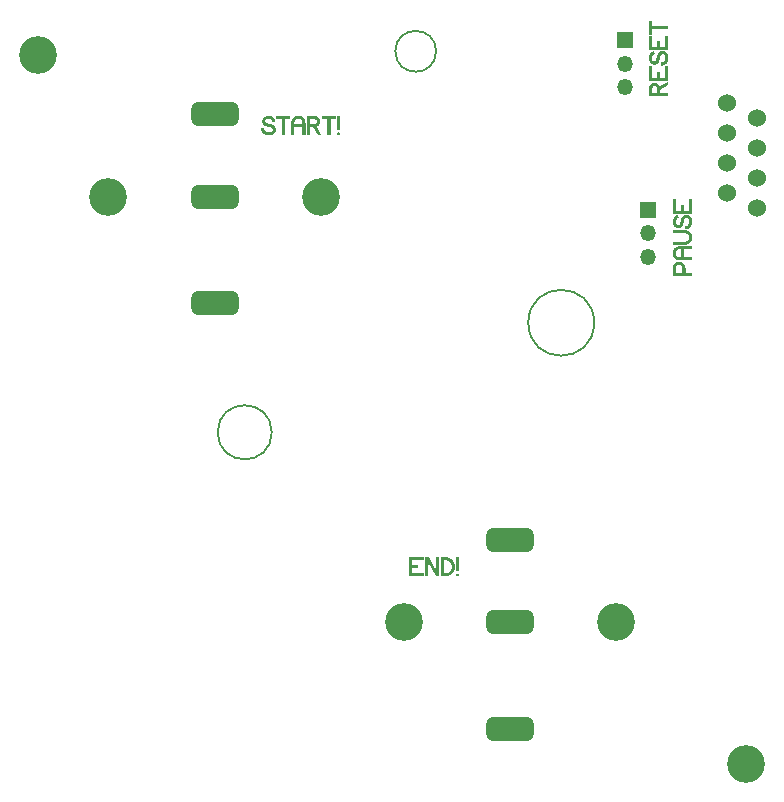
<source format=gbr>
%TF.GenerationSoftware,KiCad,Pcbnew,7.0.2*%
%TF.CreationDate,2023-05-10T12:33:54-04:00*%
%TF.ProjectId,TeamButton,5465616d-4275-4747-946f-6e2e6b696361,rev?*%
%TF.SameCoordinates,Original*%
%TF.FileFunction,Soldermask,Top*%
%TF.FilePolarity,Negative*%
%FSLAX46Y46*%
G04 Gerber Fmt 4.6, Leading zero omitted, Abs format (unit mm)*
G04 Created by KiCad (PCBNEW 7.0.2) date 2023-05-10 12:33:54*
%MOMM*%
%LPD*%
G01*
G04 APERTURE LIST*
G04 Aperture macros list*
%AMRoundRect*
0 Rectangle with rounded corners*
0 $1 Rounding radius*
0 $2 $3 $4 $5 $6 $7 $8 $9 X,Y pos of 4 corners*
0 Add a 4 corners polygon primitive as box body*
4,1,4,$2,$3,$4,$5,$6,$7,$8,$9,$2,$3,0*
0 Add four circle primitives for the rounded corners*
1,1,$1+$1,$2,$3*
1,1,$1+$1,$4,$5*
1,1,$1+$1,$6,$7*
1,1,$1+$1,$8,$9*
0 Add four rect primitives between the rounded corners*
20,1,$1+$1,$2,$3,$4,$5,0*
20,1,$1+$1,$4,$5,$6,$7,0*
20,1,$1+$1,$6,$7,$8,$9,0*
20,1,$1+$1,$8,$9,$2,$3,0*%
G04 Aperture macros list end*
%ADD10C,0.200000*%
%ADD11C,0.300000*%
%ADD12C,1.524000*%
%ADD13C,3.200000*%
%ADD14R,1.350000X1.350000*%
%ADD15O,1.350000X1.350000*%
%ADD16RoundRect,0.500000X1.500000X0.500000X-1.500000X0.500000X-1.500000X-0.500000X1.500000X-0.500000X0*%
G04 APERTURE END LIST*
D10*
X113741387Y-49657000D02*
G75*
G03*
X113741387Y-49657000I-1727387J0D01*
G01*
X127121221Y-72644000D02*
G75*
G03*
X127121221Y-72644000I-2788221J0D01*
G01*
X99825525Y-81915000D02*
G75*
G03*
X99825525Y-81915000I-2289525J0D01*
G01*
D11*
G36*
X99892480Y-55615586D02*
G01*
X99888058Y-55599859D01*
X99882760Y-55584828D01*
X99876586Y-55570493D01*
X99869537Y-55556853D01*
X99861611Y-55543909D01*
X99858775Y-55539748D01*
X99849703Y-55527268D01*
X99839523Y-55514555D01*
X99828236Y-55501611D01*
X99817984Y-55490647D01*
X99806963Y-55479521D01*
X99797592Y-55470505D01*
X99784909Y-55459379D01*
X99770902Y-55448896D01*
X99755571Y-55439057D01*
X99742353Y-55431649D01*
X99728288Y-55424654D01*
X99713376Y-55418071D01*
X99697617Y-55411900D01*
X99693545Y-55410422D01*
X99677070Y-55404840D01*
X99660251Y-55400003D01*
X99643089Y-55395910D01*
X99625584Y-55392561D01*
X99607735Y-55389957D01*
X99589543Y-55388096D01*
X99571007Y-55386980D01*
X99552128Y-55386608D01*
X99533443Y-55386974D01*
X99515308Y-55388073D01*
X99497723Y-55389905D01*
X99480687Y-55392470D01*
X99464200Y-55395767D01*
X99448264Y-55399797D01*
X99432876Y-55404560D01*
X99418039Y-55410055D01*
X99403893Y-55416032D01*
X99390584Y-55422237D01*
X99375123Y-55430316D01*
X99360967Y-55438752D01*
X99348118Y-55447546D01*
X99336574Y-55456698D01*
X99328279Y-55464277D01*
X99317185Y-55475796D01*
X99307534Y-55487547D01*
X99298097Y-55501549D01*
X99290624Y-55515867D01*
X99285781Y-55528391D01*
X99281133Y-55544351D01*
X99277813Y-55558891D01*
X99275665Y-55573551D01*
X99275157Y-55583712D01*
X99274332Y-55602179D01*
X99275523Y-55619661D01*
X99278729Y-55636159D01*
X99283949Y-55651673D01*
X99291185Y-55666201D01*
X99300436Y-55679745D01*
X99311701Y-55692305D01*
X99324982Y-55703879D01*
X99337486Y-55713469D01*
X99351781Y-55722452D01*
X99367866Y-55730831D01*
X99385741Y-55738604D01*
X99405407Y-55745772D01*
X99419512Y-55750214D01*
X99434413Y-55754387D01*
X99450109Y-55758291D01*
X99466601Y-55761926D01*
X99483889Y-55765292D01*
X99501972Y-55768389D01*
X99520852Y-55771217D01*
X99540527Y-55773776D01*
X99550662Y-55774954D01*
X99565926Y-55777842D01*
X99581081Y-55780737D01*
X99596126Y-55783638D01*
X99611061Y-55786546D01*
X99625887Y-55789460D01*
X99640603Y-55792381D01*
X99655210Y-55795308D01*
X99669708Y-55798241D01*
X99684096Y-55801181D01*
X99703110Y-55805111D01*
X99707833Y-55806095D01*
X99722155Y-55809212D01*
X99736684Y-55812793D01*
X99751419Y-55816837D01*
X99766359Y-55821345D01*
X99781506Y-55826317D01*
X99796859Y-55831752D01*
X99812418Y-55837651D01*
X99828183Y-55844014D01*
X99844155Y-55850840D01*
X99860332Y-55858130D01*
X99871231Y-55863248D01*
X99887489Y-55871176D01*
X99903289Y-55879296D01*
X99918633Y-55887610D01*
X99933519Y-55896118D01*
X99947948Y-55904818D01*
X99961919Y-55913712D01*
X99975434Y-55922799D01*
X99988491Y-55932079D01*
X100001091Y-55941552D01*
X100013233Y-55951218D01*
X100021074Y-55957770D01*
X100032503Y-55967968D01*
X100043571Y-55978777D01*
X100054279Y-55990199D01*
X100064626Y-56002232D01*
X100074612Y-56014877D01*
X100084238Y-56028133D01*
X100093503Y-56042002D01*
X100102407Y-56056482D01*
X100110951Y-56071574D01*
X100119134Y-56087278D01*
X100124389Y-56098087D01*
X100131853Y-56114649D01*
X100138583Y-56131636D01*
X100144578Y-56149047D01*
X100149840Y-56166884D01*
X100154367Y-56185145D01*
X100158160Y-56203832D01*
X100161219Y-56222944D01*
X100163544Y-56242481D01*
X100165135Y-56262443D01*
X100165991Y-56282829D01*
X100166154Y-56296657D01*
X100166984Y-56313251D01*
X100166956Y-56330059D01*
X100166069Y-56347082D01*
X100164323Y-56364320D01*
X100161718Y-56381772D01*
X100158255Y-56399439D01*
X100156629Y-56406566D01*
X100152771Y-56420997D01*
X100147974Y-56435715D01*
X100142238Y-56450719D01*
X100135563Y-56466009D01*
X100127949Y-56481585D01*
X100119397Y-56497447D01*
X100109906Y-56513596D01*
X100099476Y-56530031D01*
X100091118Y-56542270D01*
X100082393Y-56554258D01*
X100073301Y-56565995D01*
X100063841Y-56577481D01*
X100054015Y-56588715D01*
X100043822Y-56599699D01*
X100033261Y-56610431D01*
X100022334Y-56620912D01*
X100011039Y-56631142D01*
X99999377Y-56641121D01*
X99991399Y-56647634D01*
X99978877Y-56657178D01*
X99965493Y-56666439D01*
X99951245Y-56675416D01*
X99936135Y-56684110D01*
X99920162Y-56692521D01*
X99903325Y-56700648D01*
X99885626Y-56708492D01*
X99867064Y-56716052D01*
X99847639Y-56723330D01*
X99827350Y-56730323D01*
X99813346Y-56734829D01*
X99799085Y-56739088D01*
X99784603Y-56743072D01*
X99769901Y-56746781D01*
X99754979Y-56750216D01*
X99739837Y-56753376D01*
X99724474Y-56756261D01*
X99708890Y-56758871D01*
X99693087Y-56761207D01*
X99677062Y-56763268D01*
X99660818Y-56765054D01*
X99644353Y-56766565D01*
X99627668Y-56767801D01*
X99610762Y-56768763D01*
X99593636Y-56769450D01*
X99576289Y-56769862D01*
X99558722Y-56770000D01*
X99541181Y-56769844D01*
X99523821Y-56769376D01*
X99506640Y-56768596D01*
X99489640Y-56767504D01*
X99472820Y-56766100D01*
X99456181Y-56764384D01*
X99439721Y-56762356D01*
X99423442Y-56760016D01*
X99407344Y-56757364D01*
X99391426Y-56754400D01*
X99375688Y-56751125D01*
X99360130Y-56747537D01*
X99344753Y-56743637D01*
X99329556Y-56739425D01*
X99314539Y-56734902D01*
X99299703Y-56730066D01*
X99285201Y-56724980D01*
X99271098Y-56719705D01*
X99257392Y-56714241D01*
X99237579Y-56705690D01*
X99218662Y-56696715D01*
X99200640Y-56687315D01*
X99183512Y-56677490D01*
X99167280Y-56667239D01*
X99151944Y-56656564D01*
X99137502Y-56645464D01*
X99123955Y-56633938D01*
X99115422Y-56626018D01*
X99103191Y-56613790D01*
X99091366Y-56601284D01*
X99079947Y-56588502D01*
X99068933Y-56575443D01*
X99058326Y-56562107D01*
X99048124Y-56548494D01*
X99038327Y-56534604D01*
X99028937Y-56520437D01*
X99019952Y-56505993D01*
X99011373Y-56491272D01*
X99005879Y-56481304D01*
X98998051Y-56466279D01*
X98990642Y-56451427D01*
X98983651Y-56436749D01*
X98977079Y-56422245D01*
X98970926Y-56407915D01*
X98965191Y-56393759D01*
X98959875Y-56379777D01*
X98953438Y-56361404D01*
X98947745Y-56343341D01*
X98943963Y-56329996D01*
X98939693Y-56312290D01*
X98936224Y-56294527D01*
X98933556Y-56276707D01*
X98931690Y-56258830D01*
X98930625Y-56240895D01*
X98930362Y-56222903D01*
X98930900Y-56204854D01*
X98932240Y-56186748D01*
X99194923Y-56186748D01*
X99195180Y-56203165D01*
X99195953Y-56219171D01*
X99197241Y-56234764D01*
X99199044Y-56249945D01*
X99201363Y-56264714D01*
X99202250Y-56269546D01*
X99205577Y-56284216D01*
X99210064Y-56299376D01*
X99215710Y-56315025D01*
X99222515Y-56331164D01*
X99229071Y-56344987D01*
X99233391Y-56353443D01*
X99241368Y-56367345D01*
X99250185Y-56380656D01*
X99259843Y-56393377D01*
X99270342Y-56405507D01*
X99281682Y-56417047D01*
X99293863Y-56427997D01*
X99298970Y-56432212D01*
X99312516Y-56442283D01*
X99327278Y-56451889D01*
X99339963Y-56459240D01*
X99353427Y-56466292D01*
X99367669Y-56473047D01*
X99382690Y-56479504D01*
X99398490Y-56485664D01*
X99406681Y-56488632D01*
X99423500Y-56494127D01*
X99440799Y-56498890D01*
X99458579Y-56502920D01*
X99476840Y-56506217D01*
X99495582Y-56508782D01*
X99514805Y-56510614D01*
X99529537Y-56511507D01*
X99544540Y-56511987D01*
X99554692Y-56512079D01*
X99576508Y-56511863D01*
X99597626Y-56511215D01*
X99618045Y-56510134D01*
X99637766Y-56508621D01*
X99656788Y-56506677D01*
X99675112Y-56504300D01*
X99692737Y-56501490D01*
X99709665Y-56498249D01*
X99725893Y-56494575D01*
X99741424Y-56490469D01*
X99756256Y-56485931D01*
X99770389Y-56480961D01*
X99790280Y-56472695D01*
X99808600Y-56463457D01*
X99819940Y-56456758D01*
X99835719Y-56445914D01*
X99849946Y-56434265D01*
X99862621Y-56421811D01*
X99873744Y-56408553D01*
X99883315Y-56394489D01*
X99891334Y-56379620D01*
X99897801Y-56363946D01*
X99902716Y-56347467D01*
X99906078Y-56330183D01*
X99907889Y-56312094D01*
X99908234Y-56299588D01*
X99907381Y-56281904D01*
X99904821Y-56264709D01*
X99900554Y-56248003D01*
X99894581Y-56231787D01*
X99886901Y-56216061D01*
X99877515Y-56200824D01*
X99866422Y-56186076D01*
X99853623Y-56171818D01*
X99839117Y-56158050D01*
X99822904Y-56144770D01*
X99811147Y-56136189D01*
X99798774Y-56127880D01*
X99785926Y-56119989D01*
X99772602Y-56112516D01*
X99758803Y-56105461D01*
X99744529Y-56098823D01*
X99729780Y-56092603D01*
X99714556Y-56086802D01*
X99698857Y-56081418D01*
X99682682Y-56076452D01*
X99666033Y-56071904D01*
X99648908Y-56067774D01*
X99631308Y-56064061D01*
X99613233Y-56060767D01*
X99594683Y-56057890D01*
X99575658Y-56055432D01*
X99556158Y-56053391D01*
X99539607Y-56050890D01*
X99523843Y-56048425D01*
X99508867Y-56045996D01*
X99491934Y-56043128D01*
X99476135Y-56040311D01*
X99463834Y-56038004D01*
X99448820Y-56034874D01*
X99432081Y-56031255D01*
X99416812Y-56027865D01*
X99400346Y-56024135D01*
X99382680Y-56020065D01*
X99367685Y-56016565D01*
X99363817Y-56015655D01*
X99348624Y-56011889D01*
X99334004Y-56007916D01*
X99319956Y-56003737D01*
X99303201Y-55998224D01*
X99287341Y-55992388D01*
X99272375Y-55986231D01*
X99258304Y-55979752D01*
X99244615Y-55972879D01*
X99230569Y-55965541D01*
X99216165Y-55957738D01*
X99201403Y-55949469D01*
X99186283Y-55940736D01*
X99170806Y-55931538D01*
X99164515Y-55927728D01*
X99149339Y-55917630D01*
X99135184Y-55906798D01*
X99122048Y-55895233D01*
X99109932Y-55882934D01*
X99098835Y-55869902D01*
X99088759Y-55856137D01*
X99085013Y-55850425D01*
X99076201Y-55835509D01*
X99067854Y-55819842D01*
X99059973Y-55803424D01*
X99054002Y-55789748D01*
X99048329Y-55775592D01*
X99042954Y-55760954D01*
X99037876Y-55745836D01*
X99036653Y-55741981D01*
X99032102Y-55726113D01*
X99028158Y-55709467D01*
X99024821Y-55692041D01*
X99022090Y-55673838D01*
X99019967Y-55654855D01*
X99018772Y-55640108D01*
X99017919Y-55624922D01*
X99017407Y-55609299D01*
X99017236Y-55593237D01*
X99017549Y-55576549D01*
X99018488Y-55559914D01*
X99020054Y-55543333D01*
X99022245Y-55526805D01*
X99025062Y-55510331D01*
X99028506Y-55493911D01*
X99030059Y-55487358D01*
X99034781Y-55470532D01*
X99039590Y-55456581D01*
X99045314Y-55442196D01*
X99051955Y-55427375D01*
X99059511Y-55412120D01*
X99067983Y-55396429D01*
X99077371Y-55380303D01*
X99085013Y-55367923D01*
X99093111Y-55355504D01*
X99101466Y-55343387D01*
X99113006Y-55327702D01*
X99125004Y-55312555D01*
X99137461Y-55297946D01*
X99150375Y-55283876D01*
X99163747Y-55270343D01*
X99177578Y-55257349D01*
X99184665Y-55251053D01*
X99199577Y-55238729D01*
X99211580Y-55229778D01*
X99224285Y-55221079D01*
X99237692Y-55212630D01*
X99251801Y-55204433D01*
X99266612Y-55196487D01*
X99282125Y-55188793D01*
X99298339Y-55181349D01*
X99315256Y-55174157D01*
X99332875Y-55167216D01*
X99338904Y-55164958D01*
X99357288Y-55158476D01*
X99376033Y-55152631D01*
X99395138Y-55147425D01*
X99414604Y-55142856D01*
X99434431Y-55138924D01*
X99454618Y-55135630D01*
X99475166Y-55132973D01*
X99496074Y-55130954D01*
X99517343Y-55129573D01*
X99538973Y-55128829D01*
X99553593Y-55128688D01*
X99573234Y-55128952D01*
X99592727Y-55129744D01*
X99612072Y-55131064D01*
X99631268Y-55132912D01*
X99650317Y-55135289D01*
X99669217Y-55138193D01*
X99687969Y-55141626D01*
X99706573Y-55145586D01*
X99725029Y-55150075D01*
X99743337Y-55155092D01*
X99755460Y-55158729D01*
X99773357Y-55164438D01*
X99790777Y-55170437D01*
X99807721Y-55176726D01*
X99824188Y-55183304D01*
X99840178Y-55190173D01*
X99855692Y-55197331D01*
X99870730Y-55204779D01*
X99885290Y-55212516D01*
X99899375Y-55220544D01*
X99912982Y-55228861D01*
X99921789Y-55234567D01*
X99934664Y-55243290D01*
X99947185Y-55252148D01*
X99959351Y-55261141D01*
X99971163Y-55270270D01*
X99982621Y-55279534D01*
X99997347Y-55292096D01*
X100011443Y-55304899D01*
X100024910Y-55317942D01*
X100037747Y-55331226D01*
X100040858Y-55334584D01*
X100052868Y-55348008D01*
X100064168Y-55361352D01*
X100074758Y-55374615D01*
X100084638Y-55387799D01*
X100093809Y-55400902D01*
X100102270Y-55413925D01*
X100110021Y-55426868D01*
X100117062Y-55439731D01*
X100124892Y-55455840D01*
X100131666Y-55472110D01*
X100137385Y-55488541D01*
X100142049Y-55505133D01*
X100145657Y-55521886D01*
X100148210Y-55538799D01*
X100148935Y-55545610D01*
X99892480Y-55615586D01*
G37*
G36*
X101408862Y-55386608D02*
G01*
X100939916Y-55386608D01*
X100939916Y-56770000D01*
X100681995Y-56770000D01*
X100681995Y-55386608D01*
X100189602Y-55386608D01*
X100189602Y-55128688D01*
X101408862Y-55128688D01*
X101408862Y-55386608D01*
G37*
G36*
X102104582Y-55128919D02*
G01*
X102125721Y-55129615D01*
X102146390Y-55130774D01*
X102166589Y-55132397D01*
X102186318Y-55134484D01*
X102205577Y-55137034D01*
X102224366Y-55140048D01*
X102242684Y-55143525D01*
X102260533Y-55147467D01*
X102277911Y-55151872D01*
X102289235Y-55155066D01*
X102305905Y-55160182D01*
X102322118Y-55165640D01*
X102337873Y-55171439D01*
X102353172Y-55177580D01*
X102368013Y-55184062D01*
X102382396Y-55190885D01*
X102396323Y-55198050D01*
X102409792Y-55205555D01*
X102422804Y-55213403D01*
X102435359Y-55221591D01*
X102443475Y-55227240D01*
X102455319Y-55235899D01*
X102470560Y-55247886D01*
X102485172Y-55260377D01*
X102499154Y-55273371D01*
X102512506Y-55286870D01*
X102525229Y-55300872D01*
X102537322Y-55315377D01*
X102548785Y-55330387D01*
X102551552Y-55334218D01*
X102562263Y-55349502D01*
X102572412Y-55364764D01*
X102582000Y-55380002D01*
X102591028Y-55395218D01*
X102599494Y-55410410D01*
X102607400Y-55425580D01*
X102614744Y-55440727D01*
X102621528Y-55455851D01*
X102627922Y-55471061D01*
X102633915Y-55486648D01*
X102639508Y-55502614D01*
X102644700Y-55518957D01*
X102649492Y-55535678D01*
X102653882Y-55552777D01*
X102657872Y-55570254D01*
X102661461Y-55588108D01*
X102664719Y-55605843D01*
X102667713Y-55622959D01*
X102670443Y-55639457D01*
X102672910Y-55655336D01*
X102675114Y-55670598D01*
X102677055Y-55685241D01*
X102679110Y-55702675D01*
X102680146Y-55712672D01*
X102681624Y-55729250D01*
X102682851Y-55746239D01*
X102683828Y-55763639D01*
X102684554Y-55781451D01*
X102685030Y-55799675D01*
X102685230Y-55814550D01*
X102685275Y-55825879D01*
X102685275Y-56770000D01*
X102427355Y-56770000D01*
X102427355Y-56090027D01*
X101723935Y-56090027D01*
X101723935Y-56770000D01*
X101466015Y-56770000D01*
X101466015Y-55832107D01*
X101723935Y-55832107D01*
X102427355Y-55832107D01*
X102427355Y-55788510D01*
X102426878Y-55772866D01*
X102425780Y-55756653D01*
X102424486Y-55741919D01*
X102423325Y-55730258D01*
X102421404Y-55713738D01*
X102419167Y-55698481D01*
X102416225Y-55682590D01*
X102412422Y-55666683D01*
X102411967Y-55665045D01*
X102408189Y-55650871D01*
X102404182Y-55634728D01*
X102400488Y-55618988D01*
X102397182Y-55604296D01*
X102395481Y-55596535D01*
X102391737Y-55581087D01*
X102387375Y-55566619D01*
X102381505Y-55550976D01*
X102374793Y-55536666D01*
X102368370Y-55525460D01*
X102360183Y-55512958D01*
X102351330Y-55500456D01*
X102341810Y-55487954D01*
X102331625Y-55475451D01*
X102325505Y-55468307D01*
X102314185Y-55456276D01*
X102302024Y-55445507D01*
X102289021Y-55436000D01*
X102275176Y-55427755D01*
X102266887Y-55423611D01*
X102251600Y-55416964D01*
X102237381Y-55411657D01*
X102222131Y-55406712D01*
X102205850Y-55402126D01*
X102191496Y-55398581D01*
X102185554Y-55397233D01*
X102170492Y-55394172D01*
X102155072Y-55391630D01*
X102139294Y-55389607D01*
X102123158Y-55388102D01*
X102106664Y-55387116D01*
X102089813Y-55386650D01*
X102082972Y-55386608D01*
X102064917Y-55386877D01*
X102047389Y-55387684D01*
X102030388Y-55389029D01*
X102013913Y-55390913D01*
X101997964Y-55393334D01*
X101982543Y-55396294D01*
X101967648Y-55399791D01*
X101953279Y-55403827D01*
X101936149Y-55409432D01*
X101920020Y-55415484D01*
X101904893Y-55421983D01*
X101890768Y-55428929D01*
X101877645Y-55436322D01*
X101863220Y-55445785D01*
X101860956Y-55447424D01*
X101847801Y-55457823D01*
X101835264Y-55469509D01*
X101823346Y-55482484D01*
X101813886Y-55494280D01*
X101804856Y-55506970D01*
X101797941Y-55517766D01*
X101789737Y-55531380D01*
X101782070Y-55544743D01*
X101774939Y-55557855D01*
X101767091Y-55573260D01*
X101760016Y-55588304D01*
X101754710Y-55600565D01*
X101748974Y-55615540D01*
X101743856Y-55631339D01*
X101739357Y-55647963D01*
X101736080Y-55662446D01*
X101733232Y-55677501D01*
X101731263Y-55689958D01*
X101729152Y-55705301D01*
X101727091Y-55722509D01*
X101725545Y-55738403D01*
X101724393Y-55755285D01*
X101723942Y-55770379D01*
X101723935Y-55772390D01*
X101723935Y-55787937D01*
X101723935Y-55803073D01*
X101723935Y-55817796D01*
X101723935Y-55832107D01*
X101466015Y-55832107D01*
X101466015Y-55825879D01*
X101466095Y-55810324D01*
X101466337Y-55794847D01*
X101466739Y-55779446D01*
X101467303Y-55764123D01*
X101468027Y-55748878D01*
X101468913Y-55733710D01*
X101469959Y-55718618D01*
X101471167Y-55703605D01*
X101472535Y-55688668D01*
X101474065Y-55673809D01*
X101475174Y-55663946D01*
X101477205Y-55648974D01*
X101479725Y-55633596D01*
X101482735Y-55617813D01*
X101486234Y-55601624D01*
X101490222Y-55585029D01*
X101494700Y-55568028D01*
X101499667Y-55550622D01*
X101505124Y-55532810D01*
X101511071Y-55514593D01*
X101517506Y-55495969D01*
X101522069Y-55483328D01*
X101529310Y-55464391D01*
X101537022Y-55445912D01*
X101545204Y-55427889D01*
X101553856Y-55410324D01*
X101562979Y-55393217D01*
X101572571Y-55376566D01*
X101582634Y-55360373D01*
X101593166Y-55344636D01*
X101604169Y-55329358D01*
X101615642Y-55314536D01*
X101623551Y-55304909D01*
X101636040Y-55290787D01*
X101649462Y-55277135D01*
X101663818Y-55263954D01*
X101679107Y-55251242D01*
X101695331Y-55239001D01*
X101712488Y-55227230D01*
X101730579Y-55215928D01*
X101749604Y-55205097D01*
X101762806Y-55198138D01*
X101776423Y-55191387D01*
X101790455Y-55184846D01*
X101804902Y-55178513D01*
X101819727Y-55172480D01*
X101834892Y-55166835D01*
X101850398Y-55161580D01*
X101866245Y-55156714D01*
X101882432Y-55152238D01*
X101898960Y-55148151D01*
X101915829Y-55144453D01*
X101933038Y-55141144D01*
X101950587Y-55138224D01*
X101968478Y-55135694D01*
X101986709Y-55133553D01*
X102005280Y-55131802D01*
X102024192Y-55130439D01*
X102043445Y-55129466D01*
X102063038Y-55128882D01*
X102082972Y-55128688D01*
X102104582Y-55128919D01*
G37*
G36*
X103476870Y-55129441D02*
G01*
X103492646Y-55131376D01*
X103508404Y-55134046D01*
X103523362Y-55137060D01*
X103528646Y-55138213D01*
X103545016Y-55141978D01*
X103561979Y-55146130D01*
X103576568Y-55149885D01*
X103591567Y-55153908D01*
X103606979Y-55158200D01*
X103622801Y-55162759D01*
X103638837Y-55168035D01*
X103654658Y-55174473D01*
X103670264Y-55182074D01*
X103685656Y-55190838D01*
X103700833Y-55200764D01*
X103712820Y-55209543D01*
X103721720Y-55216615D01*
X103733472Y-55226472D01*
X103745098Y-55236628D01*
X103756599Y-55247080D01*
X103767973Y-55257831D01*
X103779222Y-55268879D01*
X103790344Y-55280225D01*
X103801341Y-55291869D01*
X103812212Y-55303810D01*
X103822739Y-55316392D01*
X103832705Y-55329959D01*
X103842110Y-55344510D01*
X103850955Y-55360047D01*
X103859238Y-55376567D01*
X103866960Y-55394073D01*
X103872384Y-55407848D01*
X103877492Y-55422177D01*
X103880722Y-55432037D01*
X103885239Y-55447137D01*
X103889313Y-55462623D01*
X103892942Y-55478495D01*
X103896126Y-55494754D01*
X103898866Y-55511399D01*
X103901162Y-55528431D01*
X103903014Y-55545849D01*
X103904421Y-55563654D01*
X103905384Y-55581844D01*
X103905902Y-55600422D01*
X103906001Y-55613021D01*
X103905779Y-55631813D01*
X103905112Y-55650270D01*
X103904001Y-55668392D01*
X103902446Y-55686179D01*
X103900446Y-55703632D01*
X103898002Y-55720749D01*
X103895114Y-55737532D01*
X103891781Y-55753980D01*
X103888004Y-55770093D01*
X103883783Y-55785871D01*
X103880722Y-55796203D01*
X103875854Y-55811251D01*
X103870594Y-55825759D01*
X103864941Y-55839725D01*
X103858894Y-55853150D01*
X103850222Y-55870209D01*
X103840851Y-55886306D01*
X103830782Y-55901441D01*
X103820014Y-55915615D01*
X103808548Y-55928827D01*
X103796790Y-55941163D01*
X103784963Y-55952893D01*
X103773068Y-55964015D01*
X103761104Y-55974531D01*
X103749071Y-55984440D01*
X103736970Y-55993742D01*
X103724799Y-56002438D01*
X103712561Y-56010526D01*
X103697487Y-56019775D01*
X103682951Y-56028057D01*
X103668951Y-56035374D01*
X103655488Y-56041725D01*
X103640040Y-56048070D01*
X103625366Y-56053025D01*
X104031297Y-56770000D01*
X103734176Y-56770000D01*
X103338869Y-56090027D01*
X103061898Y-56090027D01*
X103061898Y-56770000D01*
X102803977Y-56770000D01*
X102803977Y-55410055D01*
X103061898Y-55410055D01*
X103061898Y-55832107D01*
X103443283Y-55832107D01*
X103461967Y-55832107D01*
X103477206Y-55830462D01*
X103491734Y-55826669D01*
X103506206Y-55821448D01*
X103513991Y-55818185D01*
X103527673Y-55811901D01*
X103540829Y-55805232D01*
X103555220Y-55797138D01*
X103568924Y-55788540D01*
X103572243Y-55786311D01*
X103583839Y-55777318D01*
X103595224Y-55766045D01*
X103604815Y-55754569D01*
X103614252Y-55741419D01*
X103623534Y-55726594D01*
X103630606Y-55713077D01*
X103636478Y-55698630D01*
X103641153Y-55683253D01*
X103644629Y-55666945D01*
X103646906Y-55649708D01*
X103647985Y-55631540D01*
X103648080Y-55624012D01*
X103647691Y-55609060D01*
X103646110Y-55591078D01*
X103643312Y-55573883D01*
X103639298Y-55557475D01*
X103634067Y-55541855D01*
X103627620Y-55527021D01*
X103623168Y-55518499D01*
X103615506Y-55505184D01*
X103606335Y-55490931D01*
X103597191Y-55478557D01*
X103586554Y-55466498D01*
X103574441Y-55455851D01*
X103561481Y-55447127D01*
X103548713Y-55439907D01*
X103534613Y-55433072D01*
X103519181Y-55426623D01*
X103512159Y-55423977D01*
X103496877Y-55418553D01*
X103482417Y-55413984D01*
X103467769Y-55410545D01*
X103462334Y-55410055D01*
X103443283Y-55410055D01*
X103061898Y-55410055D01*
X102803977Y-55410055D01*
X102803977Y-55128688D01*
X103443283Y-55128688D01*
X103461967Y-55128688D01*
X103476870Y-55129441D01*
G37*
G36*
X105270341Y-55386608D02*
G01*
X104801395Y-55386608D01*
X104801395Y-56770000D01*
X104543475Y-56770000D01*
X104543475Y-55386608D01*
X104051081Y-55386608D01*
X104051081Y-55128688D01*
X105270341Y-55128688D01*
X105270341Y-55386608D01*
G37*
G36*
X105386845Y-56734096D02*
G01*
X105376502Y-56722536D01*
X105367912Y-56710296D01*
X105359918Y-56694712D01*
X105354448Y-56678148D01*
X105351818Y-56663597D01*
X105350942Y-56648367D01*
X105351818Y-56633030D01*
X105354448Y-56618392D01*
X105359918Y-56601747D01*
X105367912Y-56586106D01*
X105376502Y-56573840D01*
X105386845Y-56562271D01*
X105398405Y-56551928D01*
X105410645Y-56543337D01*
X105426229Y-56535343D01*
X105442793Y-56529873D01*
X105457344Y-56527244D01*
X105472575Y-56526367D01*
X105487796Y-56527244D01*
X105502320Y-56529873D01*
X105518828Y-56535343D01*
X105534331Y-56543337D01*
X105546483Y-56551928D01*
X105557937Y-56562271D01*
X105568281Y-56573804D01*
X105576871Y-56585963D01*
X105584865Y-56601380D01*
X105590335Y-56617699D01*
X105593280Y-56634920D01*
X105593841Y-56646901D01*
X105592828Y-56664870D01*
X105589788Y-56681591D01*
X105584722Y-56697064D01*
X105577629Y-56711290D01*
X105568510Y-56724267D01*
X105557365Y-56735996D01*
X105544193Y-56746478D01*
X105528995Y-56755711D01*
X105518736Y-56761939D01*
X105515439Y-56760840D01*
X105500619Y-56766422D01*
X105485132Y-56769275D01*
X105471109Y-56770000D01*
X105456301Y-56769123D01*
X105439333Y-56765757D01*
X105423242Y-56759867D01*
X105408026Y-56751452D01*
X105396016Y-56742511D01*
X105386845Y-56734096D01*
G37*
G36*
X105363764Y-56347948D02*
G01*
X105330059Y-55128688D01*
X105425680Y-55128688D01*
X105610694Y-55128688D01*
X105576622Y-56347948D01*
X105363764Y-56347948D01*
G37*
G36*
X134339097Y-67485684D02*
G01*
X134358771Y-67486544D01*
X134378097Y-67487976D01*
X134397076Y-67489983D01*
X134415707Y-67492562D01*
X134433990Y-67495714D01*
X134451926Y-67499440D01*
X134469513Y-67503738D01*
X134486753Y-67508610D01*
X134503645Y-67514055D01*
X134514713Y-67518004D01*
X134530913Y-67524149D01*
X134546540Y-67530493D01*
X134561593Y-67537037D01*
X134576074Y-67543781D01*
X134589981Y-67550724D01*
X134603315Y-67557867D01*
X134616076Y-67565210D01*
X134632199Y-67575311D01*
X134647303Y-67585766D01*
X134657962Y-67593841D01*
X134671557Y-67604941D01*
X134684684Y-67616624D01*
X134697340Y-67628892D01*
X134709528Y-67641743D01*
X134721246Y-67655178D01*
X134732494Y-67669198D01*
X134743273Y-67683801D01*
X134753583Y-67698988D01*
X134763332Y-67714220D01*
X134772428Y-67729144D01*
X134780871Y-67743758D01*
X134788662Y-67758064D01*
X134795801Y-67772060D01*
X134802286Y-67785747D01*
X134809476Y-67802422D01*
X134813300Y-67812194D01*
X134819048Y-67828348D01*
X134824384Y-67844752D01*
X134829309Y-67861407D01*
X134833822Y-67878311D01*
X134837924Y-67895467D01*
X134841615Y-67912873D01*
X134842976Y-67919905D01*
X134845985Y-67936519D01*
X134848600Y-67951325D01*
X134851219Y-67966708D01*
X134853558Y-67981367D01*
X134855432Y-67995010D01*
X134856618Y-68009647D01*
X134857235Y-68025183D01*
X134857264Y-68029082D01*
X134857264Y-68446737D01*
X135420000Y-68446737D01*
X135420000Y-68704658D01*
X133778688Y-68704658D01*
X133778688Y-68446737D01*
X134060055Y-68446737D01*
X134599344Y-68446737D01*
X134599344Y-68023220D01*
X134598908Y-68007100D01*
X134597603Y-67990980D01*
X134595428Y-67974860D01*
X134592383Y-67958740D01*
X134588916Y-67944249D01*
X134584609Y-67928987D01*
X134579460Y-67912954D01*
X134574376Y-67898597D01*
X134569668Y-67886200D01*
X134563198Y-67871409D01*
X134555878Y-67857263D01*
X134547708Y-67843760D01*
X134538687Y-67830902D01*
X134528817Y-67818687D01*
X134525338Y-67814759D01*
X134513948Y-67803356D01*
X134500935Y-67792777D01*
X134486299Y-67783022D01*
X134472862Y-67775523D01*
X134458299Y-67768597D01*
X134445837Y-67763468D01*
X134429308Y-67757663D01*
X134411776Y-67752842D01*
X134397030Y-67749693D01*
X134381643Y-67747175D01*
X134365615Y-67745285D01*
X134348945Y-67744026D01*
X134331634Y-67743396D01*
X134322739Y-67743318D01*
X134305073Y-67743633D01*
X134288163Y-67744577D01*
X134272009Y-67746151D01*
X134256610Y-67748355D01*
X134241967Y-67751189D01*
X134224725Y-67755616D01*
X134208665Y-67761028D01*
X134202571Y-67763468D01*
X134187995Y-67769892D01*
X134174493Y-67776799D01*
X134159706Y-67785724D01*
X134146466Y-67795346D01*
X134134771Y-67805663D01*
X134127833Y-67812927D01*
X134118147Y-67824356D01*
X134108873Y-67836660D01*
X134100012Y-67849841D01*
X134091563Y-67863897D01*
X134083526Y-67878830D01*
X134080938Y-67884002D01*
X134073841Y-67899200D01*
X134068213Y-67913471D01*
X134063502Y-67928948D01*
X134060565Y-67945091D01*
X134060055Y-67954344D01*
X134060055Y-68023220D01*
X134060055Y-68446737D01*
X133778688Y-68446737D01*
X133778688Y-68023220D01*
X133778688Y-67998307D01*
X133779224Y-67983595D01*
X133780834Y-67968311D01*
X133783518Y-67952454D01*
X133784183Y-67949214D01*
X133787416Y-67933391D01*
X133790873Y-67917672D01*
X133794350Y-67902640D01*
X133798247Y-67886417D01*
X133798838Y-67884002D01*
X133802517Y-67869057D01*
X133806686Y-67853622D01*
X133811344Y-67837698D01*
X133816492Y-67821285D01*
X133821155Y-67807233D01*
X133824117Y-67798639D01*
X133829308Y-67784134D01*
X133835036Y-67769702D01*
X133841301Y-67755340D01*
X133848102Y-67741051D01*
X133855440Y-67726833D01*
X133863315Y-67712686D01*
X133866615Y-67707048D01*
X133875288Y-67693153D01*
X133884819Y-67679635D01*
X133895209Y-67666492D01*
X133906457Y-67653724D01*
X133918564Y-67641333D01*
X133931530Y-67629317D01*
X133936957Y-67624616D01*
X133950778Y-67612966D01*
X133964992Y-67601603D01*
X133976647Y-67592719D01*
X133988554Y-67584018D01*
X134000713Y-67575500D01*
X134013123Y-67567165D01*
X134025786Y-67559014D01*
X134032212Y-67555006D01*
X134045481Y-67547158D01*
X134059460Y-67539734D01*
X134074149Y-67532733D01*
X134089548Y-67526155D01*
X134105656Y-67520002D01*
X134122475Y-67514271D01*
X134140003Y-67508965D01*
X134158241Y-67504082D01*
X134177023Y-67499703D01*
X134196183Y-67495907D01*
X134210800Y-67493444D01*
X134225631Y-67491309D01*
X134240673Y-67489503D01*
X134255929Y-67488025D01*
X134271396Y-67486875D01*
X134287077Y-67486054D01*
X134302970Y-67485561D01*
X134319075Y-67485397D01*
X134339097Y-67485684D01*
G37*
G36*
X135420000Y-66406821D02*
G01*
X134740027Y-66406821D01*
X134740027Y-67110240D01*
X135420000Y-67110240D01*
X135420000Y-67368161D01*
X134475879Y-67368161D01*
X134460324Y-67368080D01*
X134444847Y-67367839D01*
X134429446Y-67367436D01*
X134414123Y-67366873D01*
X134398878Y-67366148D01*
X134383710Y-67365263D01*
X134368618Y-67364216D01*
X134353605Y-67363009D01*
X134338668Y-67361640D01*
X134323809Y-67360111D01*
X134313946Y-67359002D01*
X134298974Y-67356971D01*
X134283596Y-67354451D01*
X134267813Y-67351441D01*
X134251624Y-67347942D01*
X134235029Y-67343953D01*
X134218028Y-67339476D01*
X134200622Y-67334508D01*
X134182810Y-67329051D01*
X134164593Y-67323105D01*
X134145969Y-67316669D01*
X134133328Y-67312107D01*
X134114391Y-67304865D01*
X134095912Y-67297153D01*
X134077889Y-67288971D01*
X134060324Y-67280319D01*
X134043217Y-67271197D01*
X134026566Y-67261605D01*
X134010373Y-67251542D01*
X133994636Y-67241009D01*
X133979358Y-67230007D01*
X133964536Y-67218534D01*
X133954909Y-67210624D01*
X133940787Y-67198136D01*
X133927135Y-67184714D01*
X133913954Y-67170358D01*
X133901242Y-67155068D01*
X133889001Y-67138845D01*
X133877230Y-67121688D01*
X133865928Y-67103597D01*
X133855097Y-67084572D01*
X133848138Y-67071370D01*
X133841387Y-67057753D01*
X133834846Y-67043721D01*
X133828513Y-67029274D01*
X133822480Y-67014449D01*
X133816835Y-66999283D01*
X133811580Y-66983777D01*
X133806714Y-66967931D01*
X133802238Y-66951743D01*
X133798151Y-66935215D01*
X133794453Y-66918347D01*
X133791144Y-66901138D01*
X133788224Y-66883588D01*
X133785694Y-66865698D01*
X133783553Y-66847467D01*
X133781802Y-66828895D01*
X133780439Y-66809983D01*
X133779466Y-66790731D01*
X133778882Y-66771137D01*
X133778688Y-66751203D01*
X134036608Y-66751203D01*
X134036877Y-66769258D01*
X134037684Y-66786786D01*
X134039029Y-66803788D01*
X134040913Y-66820263D01*
X134043334Y-66836211D01*
X134046294Y-66851633D01*
X134049791Y-66866528D01*
X134053827Y-66880896D01*
X134059432Y-66898027D01*
X134065484Y-66914155D01*
X134071983Y-66929282D01*
X134078929Y-66943407D01*
X134086322Y-66956530D01*
X134095785Y-66970956D01*
X134097424Y-66973220D01*
X134107823Y-66986375D01*
X134119509Y-66998911D01*
X134132484Y-67010830D01*
X134144280Y-67020289D01*
X134156970Y-67029320D01*
X134167766Y-67036235D01*
X134181380Y-67044439D01*
X134194743Y-67052106D01*
X134207855Y-67059236D01*
X134223260Y-67067084D01*
X134238304Y-67074160D01*
X134250565Y-67079466D01*
X134265540Y-67085202D01*
X134281339Y-67090319D01*
X134297963Y-67094819D01*
X134312446Y-67098096D01*
X134327501Y-67100944D01*
X134339958Y-67102913D01*
X134355301Y-67105024D01*
X134372509Y-67107085D01*
X134388403Y-67108630D01*
X134405285Y-67109782D01*
X134420379Y-67110233D01*
X134422390Y-67110240D01*
X134437937Y-67110240D01*
X134453073Y-67110240D01*
X134467796Y-67110240D01*
X134482107Y-67110240D01*
X134482107Y-66406821D01*
X134438510Y-66406821D01*
X134422866Y-66407297D01*
X134406653Y-66408395D01*
X134391919Y-66409690D01*
X134380258Y-66410851D01*
X134363738Y-66412772D01*
X134348481Y-66415008D01*
X134332590Y-66417951D01*
X134316683Y-66421753D01*
X134315045Y-66422208D01*
X134300871Y-66425986D01*
X134284728Y-66429993D01*
X134268988Y-66433687D01*
X134254296Y-66436993D01*
X134246535Y-66438695D01*
X134231087Y-66442438D01*
X134216619Y-66446800D01*
X134200976Y-66452671D01*
X134186666Y-66459383D01*
X134175460Y-66465806D01*
X134162958Y-66473993D01*
X134150456Y-66482846D01*
X134137954Y-66492365D01*
X134125451Y-66502551D01*
X134118307Y-66508670D01*
X134106276Y-66519990D01*
X134095507Y-66532152D01*
X134086000Y-66545155D01*
X134077755Y-66558999D01*
X134073611Y-66567288D01*
X134066964Y-66582576D01*
X134061657Y-66596795D01*
X134056712Y-66612045D01*
X134052126Y-66628325D01*
X134048581Y-66642679D01*
X134047233Y-66648621D01*
X134044172Y-66663684D01*
X134041630Y-66679104D01*
X134039607Y-66694882D01*
X134038102Y-66711018D01*
X134037116Y-66727511D01*
X134036650Y-66744363D01*
X134036608Y-66751203D01*
X133778688Y-66751203D01*
X133778919Y-66729594D01*
X133779615Y-66708455D01*
X133780774Y-66687785D01*
X133782397Y-66667586D01*
X133784484Y-66647857D01*
X133787034Y-66628599D01*
X133790048Y-66609810D01*
X133793525Y-66591491D01*
X133797467Y-66573643D01*
X133801872Y-66556265D01*
X133805066Y-66544940D01*
X133810182Y-66528270D01*
X133815640Y-66512058D01*
X133821439Y-66496302D01*
X133827580Y-66481004D01*
X133834062Y-66466163D01*
X133840885Y-66451779D01*
X133848050Y-66437853D01*
X133855555Y-66424383D01*
X133863403Y-66411371D01*
X133871591Y-66398817D01*
X133877240Y-66390701D01*
X133885899Y-66378857D01*
X133897886Y-66363615D01*
X133910377Y-66349004D01*
X133923371Y-66335022D01*
X133936870Y-66321669D01*
X133950872Y-66308947D01*
X133965377Y-66296854D01*
X133980387Y-66285391D01*
X133984218Y-66282623D01*
X133999502Y-66271913D01*
X134014764Y-66261764D01*
X134030002Y-66252175D01*
X134045218Y-66243148D01*
X134060410Y-66234681D01*
X134075580Y-66226776D01*
X134090727Y-66219431D01*
X134105851Y-66212648D01*
X134121061Y-66206254D01*
X134136648Y-66200260D01*
X134152614Y-66194667D01*
X134168957Y-66189475D01*
X134185678Y-66184684D01*
X134202777Y-66180293D01*
X134220254Y-66176303D01*
X134238108Y-66172714D01*
X134255843Y-66169457D01*
X134272959Y-66166463D01*
X134289457Y-66163732D01*
X134305336Y-66161265D01*
X134320598Y-66159061D01*
X134335241Y-66157121D01*
X134352675Y-66155065D01*
X134362672Y-66154030D01*
X134379250Y-66152552D01*
X134396239Y-66151325D01*
X134413639Y-66150348D01*
X134431451Y-66149622D01*
X134449675Y-66149146D01*
X134464550Y-66148945D01*
X134475879Y-66148900D01*
X135420000Y-66148900D01*
X135420000Y-66406821D01*
G37*
G36*
X133778688Y-65772278D02*
G01*
X134817697Y-65772278D01*
X134833024Y-65772033D01*
X134848506Y-65771299D01*
X134864142Y-65770075D01*
X134879933Y-65768362D01*
X134895878Y-65766160D01*
X134901228Y-65765317D01*
X134917448Y-65761990D01*
X134934235Y-65757503D01*
X134948657Y-65752879D01*
X134963472Y-65747450D01*
X134978682Y-65741215D01*
X134994284Y-65734176D01*
X135009789Y-65726262D01*
X135024702Y-65717632D01*
X135039026Y-65708287D01*
X135052759Y-65698227D01*
X135065902Y-65687450D01*
X135078455Y-65675958D01*
X135083311Y-65671161D01*
X135095064Y-65658391D01*
X135106280Y-65644350D01*
X135114867Y-65632202D01*
X135123110Y-65619242D01*
X135131010Y-65605469D01*
X135138566Y-65590883D01*
X135145779Y-65575485D01*
X135149256Y-65567480D01*
X135155610Y-65550891D01*
X135161117Y-65533729D01*
X135165777Y-65515995D01*
X135169590Y-65497688D01*
X135172555Y-65478809D01*
X135174673Y-65459357D01*
X135175705Y-65444393D01*
X135176261Y-65429106D01*
X135176367Y-65418736D01*
X135176110Y-65403173D01*
X135175337Y-65387945D01*
X135174049Y-65373051D01*
X135172246Y-65358492D01*
X135169040Y-65339602D01*
X135164918Y-65321306D01*
X135159881Y-65303606D01*
X135153927Y-65286502D01*
X135147058Y-65269993D01*
X135139508Y-65254153D01*
X135131694Y-65239241D01*
X135123617Y-65225256D01*
X135115276Y-65212199D01*
X135106672Y-65200068D01*
X135095547Y-65186210D01*
X135084011Y-65173800D01*
X135079281Y-65169242D01*
X135067016Y-65158282D01*
X135054036Y-65147840D01*
X135040340Y-65137917D01*
X135025929Y-65128513D01*
X135010802Y-65119628D01*
X134994960Y-65111261D01*
X134988422Y-65108060D01*
X134972054Y-65100607D01*
X134956151Y-65094049D01*
X134940713Y-65088385D01*
X134925740Y-65083616D01*
X134911232Y-65079741D01*
X134894436Y-65076272D01*
X134891702Y-65075819D01*
X134875705Y-65073454D01*
X134860687Y-65071578D01*
X134844403Y-65070007D01*
X134829452Y-65069103D01*
X134817697Y-65068859D01*
X133778688Y-65068859D01*
X133778688Y-64810938D01*
X134807438Y-64810938D01*
X134824981Y-64811196D01*
X134839954Y-64811804D01*
X134855249Y-64812770D01*
X134870866Y-64814094D01*
X134886805Y-64815775D01*
X134903066Y-64817815D01*
X134906357Y-64818265D01*
X134923049Y-64820832D01*
X134940152Y-64823954D01*
X134957667Y-64827630D01*
X134971976Y-64830970D01*
X134986547Y-64834666D01*
X135001382Y-64838716D01*
X135016480Y-64843121D01*
X135020296Y-64844277D01*
X135035529Y-64849160D01*
X135050636Y-64854467D01*
X135065616Y-64860197D01*
X135080471Y-64866351D01*
X135095200Y-64872928D01*
X135109803Y-64879929D01*
X135124281Y-64887354D01*
X135138632Y-64895202D01*
X135152720Y-64903525D01*
X135166590Y-64912375D01*
X135180243Y-64921752D01*
X135193678Y-64931655D01*
X135206896Y-64942085D01*
X135219896Y-64953042D01*
X135232679Y-64964525D01*
X135245244Y-64976535D01*
X135257568Y-64989008D01*
X135269630Y-65001883D01*
X135281428Y-65015158D01*
X135292963Y-65028833D01*
X135304234Y-65042910D01*
X135315242Y-65057387D01*
X135325987Y-65072265D01*
X135336468Y-65087543D01*
X135346418Y-65103320D01*
X135355748Y-65119875D01*
X135364461Y-65137208D01*
X135370590Y-65150719D01*
X135376371Y-65164669D01*
X135381804Y-65179055D01*
X135386889Y-65193880D01*
X135391627Y-65209143D01*
X135396017Y-65224844D01*
X135398750Y-65235554D01*
X135402548Y-65251882D01*
X135405972Y-65268441D01*
X135409022Y-65285232D01*
X135411699Y-65302255D01*
X135414002Y-65319510D01*
X135415932Y-65336997D01*
X135417489Y-65354716D01*
X135418671Y-65372666D01*
X135419481Y-65390848D01*
X135419916Y-65409262D01*
X135420000Y-65421667D01*
X135419844Y-65438947D01*
X135419376Y-65455980D01*
X135418596Y-65472767D01*
X135417504Y-65489307D01*
X135416100Y-65505602D01*
X135414384Y-65521650D01*
X135412356Y-65537453D01*
X135410016Y-65553009D01*
X135407364Y-65568319D01*
X135404400Y-65583383D01*
X135401125Y-65598201D01*
X135397537Y-65612772D01*
X135393637Y-65627098D01*
X135389425Y-65641177D01*
X135382523Y-65661834D01*
X135380066Y-65668597D01*
X135372268Y-65688386D01*
X135363987Y-65707499D01*
X135355224Y-65725935D01*
X135345977Y-65743696D01*
X135336247Y-65760780D01*
X135326034Y-65777188D01*
X135315338Y-65792920D01*
X135304160Y-65807976D01*
X135292498Y-65822355D01*
X135280353Y-65836058D01*
X135271988Y-65844818D01*
X135259089Y-65857494D01*
X135245945Y-65869694D01*
X135232556Y-65881417D01*
X135218923Y-65892663D01*
X135205045Y-65903433D01*
X135190922Y-65913726D01*
X135176554Y-65923543D01*
X135161942Y-65932883D01*
X135147085Y-65941746D01*
X135131983Y-65950133D01*
X135121779Y-65955460D01*
X135106362Y-65963007D01*
X135091022Y-65970122D01*
X135075759Y-65976805D01*
X135060573Y-65983058D01*
X135045465Y-65988878D01*
X135030434Y-65994267D01*
X135015480Y-65999225D01*
X135000604Y-66003751D01*
X134985805Y-66007846D01*
X134971083Y-66011510D01*
X134961311Y-66013712D01*
X134946699Y-66016658D01*
X134932125Y-66019315D01*
X134917590Y-66021681D01*
X134898270Y-66024386D01*
X134879019Y-66026576D01*
X134859836Y-66028250D01*
X134840722Y-66029409D01*
X134821677Y-66030053D01*
X134807438Y-66030198D01*
X133778688Y-66030198D01*
X133778688Y-65772278D01*
G37*
G36*
X134265586Y-63767166D02*
G01*
X134249859Y-63771588D01*
X134234828Y-63776886D01*
X134220493Y-63783060D01*
X134206853Y-63790110D01*
X134193909Y-63798035D01*
X134189748Y-63800872D01*
X134177268Y-63809944D01*
X134164555Y-63820123D01*
X134151611Y-63831410D01*
X134140647Y-63841662D01*
X134129521Y-63852684D01*
X134120505Y-63862055D01*
X134109379Y-63874738D01*
X134098896Y-63888745D01*
X134089057Y-63904076D01*
X134081649Y-63917293D01*
X134074654Y-63931358D01*
X134068071Y-63946270D01*
X134061900Y-63962030D01*
X134060422Y-63966102D01*
X134054840Y-63982577D01*
X134050003Y-63999395D01*
X134045910Y-64016557D01*
X134042561Y-64034063D01*
X134039957Y-64051911D01*
X134038096Y-64070104D01*
X134036980Y-64088639D01*
X134036608Y-64107519D01*
X134036974Y-64126203D01*
X134038073Y-64144338D01*
X134039905Y-64161924D01*
X134042470Y-64178960D01*
X134045767Y-64195446D01*
X134049797Y-64211383D01*
X134054560Y-64226770D01*
X134060055Y-64241608D01*
X134066032Y-64255753D01*
X134072237Y-64269062D01*
X134080316Y-64284524D01*
X134088752Y-64298679D01*
X134097546Y-64311529D01*
X134106698Y-64323073D01*
X134114277Y-64331367D01*
X134125796Y-64342461D01*
X134137547Y-64352113D01*
X134151549Y-64361549D01*
X134165867Y-64369023D01*
X134178391Y-64373866D01*
X134194351Y-64378514D01*
X134208891Y-64381834D01*
X134223551Y-64383982D01*
X134233712Y-64384490D01*
X134252179Y-64385314D01*
X134269661Y-64384124D01*
X134286159Y-64380918D01*
X134301673Y-64375697D01*
X134316201Y-64368462D01*
X134329745Y-64359211D01*
X134342305Y-64347945D01*
X134353879Y-64334665D01*
X134363469Y-64322160D01*
X134372452Y-64307866D01*
X134380831Y-64291781D01*
X134388604Y-64273905D01*
X134395772Y-64254240D01*
X134400214Y-64240135D01*
X134404387Y-64225234D01*
X134408291Y-64209538D01*
X134411926Y-64193045D01*
X134415292Y-64175758D01*
X134418389Y-64157674D01*
X134421217Y-64138795D01*
X134423776Y-64119120D01*
X134424954Y-64108984D01*
X134427842Y-64093720D01*
X134430737Y-64078566D01*
X134433638Y-64063521D01*
X134436546Y-64048586D01*
X134439460Y-64033760D01*
X134442381Y-64019043D01*
X134445308Y-64004436D01*
X134448241Y-63989939D01*
X134451181Y-63975551D01*
X134455111Y-63956537D01*
X134456095Y-63951814D01*
X134459212Y-63937491D01*
X134462793Y-63922963D01*
X134466837Y-63908228D01*
X134471345Y-63893287D01*
X134476317Y-63878140D01*
X134481752Y-63862787D01*
X134487651Y-63847228D01*
X134494014Y-63831463D01*
X134500840Y-63815492D01*
X134508130Y-63799315D01*
X134513248Y-63788415D01*
X134521176Y-63772158D01*
X134529296Y-63756357D01*
X134537610Y-63741014D01*
X134546118Y-63726128D01*
X134554818Y-63711699D01*
X134563712Y-63697727D01*
X134572799Y-63684213D01*
X134582079Y-63671156D01*
X134591552Y-63658556D01*
X134601218Y-63646413D01*
X134607770Y-63638572D01*
X134617968Y-63627144D01*
X134628777Y-63616075D01*
X134640199Y-63605368D01*
X134652232Y-63595021D01*
X134664877Y-63585035D01*
X134678133Y-63575409D01*
X134692002Y-63566144D01*
X134706482Y-63557240D01*
X134721574Y-63548696D01*
X134737278Y-63540513D01*
X134748087Y-63535258D01*
X134764649Y-63527794D01*
X134781636Y-63521064D01*
X134799047Y-63515068D01*
X134816884Y-63509807D01*
X134835145Y-63505280D01*
X134853832Y-63501486D01*
X134872944Y-63498427D01*
X134892481Y-63496103D01*
X134912443Y-63494512D01*
X134932829Y-63493655D01*
X134946657Y-63493492D01*
X134963251Y-63492662D01*
X134980059Y-63492691D01*
X134997082Y-63493578D01*
X135014320Y-63495324D01*
X135031772Y-63497929D01*
X135049439Y-63501392D01*
X135056566Y-63503018D01*
X135070997Y-63506876D01*
X135085715Y-63511673D01*
X135100719Y-63517409D01*
X135116009Y-63524084D01*
X135131585Y-63531697D01*
X135147447Y-63540249D01*
X135163596Y-63549741D01*
X135180031Y-63560170D01*
X135192270Y-63568529D01*
X135204258Y-63577254D01*
X135215995Y-63586346D01*
X135227481Y-63595805D01*
X135238715Y-63605631D01*
X135249699Y-63615825D01*
X135260431Y-63626385D01*
X135270912Y-63637313D01*
X135281142Y-63648608D01*
X135291121Y-63660269D01*
X135297634Y-63668248D01*
X135307178Y-63680769D01*
X135316439Y-63694154D01*
X135325416Y-63708401D01*
X135334110Y-63723512D01*
X135342521Y-63739485D01*
X135350648Y-63756321D01*
X135358492Y-63774021D01*
X135366052Y-63792583D01*
X135373330Y-63812008D01*
X135380323Y-63832296D01*
X135384829Y-63846301D01*
X135389088Y-63860562D01*
X135393072Y-63875043D01*
X135396781Y-63889745D01*
X135400216Y-63904667D01*
X135403376Y-63919810D01*
X135406261Y-63935173D01*
X135408871Y-63950756D01*
X135411207Y-63966560D01*
X135413268Y-63982584D01*
X135415054Y-63998829D01*
X135416565Y-64015294D01*
X135417801Y-64031979D01*
X135418763Y-64048885D01*
X135419450Y-64066011D01*
X135419862Y-64083357D01*
X135420000Y-64100924D01*
X135419844Y-64118465D01*
X135419376Y-64135826D01*
X135418596Y-64153007D01*
X135417504Y-64170007D01*
X135416100Y-64186827D01*
X135414384Y-64203466D01*
X135412356Y-64219925D01*
X135410016Y-64236204D01*
X135407364Y-64252303D01*
X135404400Y-64268221D01*
X135401125Y-64283959D01*
X135397537Y-64299516D01*
X135393637Y-64314894D01*
X135389425Y-64330091D01*
X135384902Y-64345107D01*
X135380066Y-64359944D01*
X135374980Y-64374445D01*
X135369705Y-64388549D01*
X135364241Y-64402254D01*
X135355690Y-64422067D01*
X135346715Y-64440985D01*
X135337315Y-64459007D01*
X135327490Y-64476134D01*
X135317239Y-64492366D01*
X135306564Y-64507703D01*
X135295464Y-64522145D01*
X135283938Y-64535691D01*
X135276018Y-64544225D01*
X135263790Y-64556456D01*
X135251284Y-64568280D01*
X135238502Y-64579700D01*
X135225443Y-64590713D01*
X135212107Y-64601321D01*
X135198494Y-64611523D01*
X135184604Y-64621319D01*
X135170437Y-64630710D01*
X135155993Y-64639695D01*
X135141272Y-64648274D01*
X135131304Y-64653768D01*
X135116279Y-64661596D01*
X135101427Y-64669005D01*
X135086749Y-64675995D01*
X135072245Y-64682567D01*
X135057915Y-64688721D01*
X135043759Y-64694456D01*
X135029777Y-64699772D01*
X135011404Y-64706209D01*
X134993341Y-64711902D01*
X134979996Y-64715683D01*
X134962290Y-64719954D01*
X134944527Y-64723423D01*
X134926707Y-64726090D01*
X134908830Y-64727957D01*
X134890895Y-64729021D01*
X134872903Y-64729285D01*
X134854854Y-64728747D01*
X134836748Y-64727407D01*
X134836748Y-64464724D01*
X134853165Y-64464466D01*
X134869171Y-64463693D01*
X134884764Y-64462405D01*
X134899945Y-64460602D01*
X134914714Y-64458284D01*
X134919546Y-64457397D01*
X134934216Y-64454069D01*
X134949376Y-64449583D01*
X134965025Y-64443937D01*
X134981164Y-64437132D01*
X134994987Y-64430576D01*
X135003443Y-64426256D01*
X135017345Y-64418279D01*
X135030656Y-64409462D01*
X135043377Y-64399803D01*
X135055507Y-64389304D01*
X135067047Y-64377965D01*
X135077997Y-64365784D01*
X135082212Y-64360676D01*
X135092283Y-64347131D01*
X135101889Y-64332369D01*
X135109240Y-64319684D01*
X135116292Y-64306220D01*
X135123047Y-64291977D01*
X135129504Y-64276956D01*
X135135664Y-64261157D01*
X135138632Y-64252965D01*
X135144127Y-64236147D01*
X135148890Y-64218848D01*
X135152920Y-64201068D01*
X135156217Y-64182807D01*
X135158782Y-64164065D01*
X135160614Y-64144842D01*
X135161507Y-64130109D01*
X135161987Y-64115106D01*
X135162079Y-64104954D01*
X135161863Y-64083138D01*
X135161215Y-64062021D01*
X135160134Y-64041602D01*
X135158621Y-64021881D01*
X135156677Y-64002859D01*
X135154300Y-63984535D01*
X135151490Y-63966909D01*
X135148249Y-63949982D01*
X135144575Y-63933753D01*
X135140469Y-63918223D01*
X135135931Y-63903391D01*
X135130961Y-63889257D01*
X135122695Y-63869366D01*
X135113457Y-63851047D01*
X135106758Y-63839706D01*
X135095914Y-63823927D01*
X135084265Y-63809700D01*
X135071811Y-63797025D01*
X135058553Y-63785902D01*
X135044489Y-63776331D01*
X135029620Y-63768313D01*
X135013946Y-63761846D01*
X134997467Y-63756931D01*
X134980183Y-63753568D01*
X134962094Y-63751758D01*
X134949588Y-63751413D01*
X134931904Y-63752266D01*
X134914709Y-63754826D01*
X134898003Y-63759092D01*
X134881787Y-63765065D01*
X134866061Y-63772745D01*
X134850824Y-63782131D01*
X134836076Y-63793224D01*
X134821818Y-63806024D01*
X134808050Y-63820530D01*
X134794770Y-63836743D01*
X134786189Y-63848499D01*
X134777880Y-63860873D01*
X134769989Y-63873721D01*
X134762516Y-63887045D01*
X134755461Y-63900843D01*
X134748823Y-63915117D01*
X134742603Y-63929866D01*
X134736802Y-63945091D01*
X134731418Y-63960790D01*
X134726452Y-63976964D01*
X134721904Y-63993614D01*
X134717774Y-64010738D01*
X134714061Y-64028338D01*
X134710767Y-64046413D01*
X134707890Y-64064963D01*
X134705432Y-64083988D01*
X134703391Y-64103489D01*
X134700890Y-64120039D01*
X134698425Y-64135803D01*
X134695996Y-64150780D01*
X134693128Y-64167713D01*
X134690311Y-64183512D01*
X134688004Y-64195812D01*
X134684874Y-64210826D01*
X134681255Y-64227566D01*
X134677865Y-64242834D01*
X134674135Y-64259301D01*
X134670065Y-64276966D01*
X134666565Y-64291961D01*
X134665655Y-64295830D01*
X134661889Y-64311023D01*
X134657916Y-64325643D01*
X134653737Y-64339691D01*
X134648224Y-64356445D01*
X134642388Y-64372306D01*
X134636231Y-64387271D01*
X134629752Y-64401343D01*
X134622879Y-64415031D01*
X134615541Y-64429078D01*
X134607738Y-64443482D01*
X134599469Y-64458244D01*
X134590736Y-64473363D01*
X134581538Y-64488841D01*
X134577728Y-64495132D01*
X134567630Y-64510307D01*
X134556798Y-64524463D01*
X134545233Y-64537599D01*
X134532934Y-64549715D01*
X134519902Y-64560811D01*
X134506137Y-64570888D01*
X134500425Y-64574633D01*
X134485509Y-64583445D01*
X134469842Y-64591792D01*
X134453424Y-64599674D01*
X134439748Y-64605645D01*
X134425592Y-64611318D01*
X134410954Y-64616693D01*
X134395836Y-64621770D01*
X134391981Y-64622993D01*
X134376113Y-64627544D01*
X134359467Y-64631488D01*
X134342041Y-64634826D01*
X134323838Y-64637556D01*
X134304855Y-64639680D01*
X134290108Y-64640875D01*
X134274922Y-64641728D01*
X134259299Y-64642240D01*
X134243237Y-64642411D01*
X134226549Y-64642097D01*
X134209914Y-64641158D01*
X134193333Y-64639593D01*
X134176805Y-64637402D01*
X134160331Y-64634584D01*
X134143911Y-64631141D01*
X134137358Y-64629588D01*
X134120532Y-64624865D01*
X134106581Y-64620057D01*
X134092196Y-64614332D01*
X134077375Y-64607692D01*
X134062120Y-64600136D01*
X134046429Y-64591663D01*
X134030303Y-64582275D01*
X134017923Y-64574633D01*
X134005504Y-64566536D01*
X133993387Y-64558181D01*
X133977702Y-64546641D01*
X133962555Y-64534642D01*
X133947946Y-64522186D01*
X133933876Y-64509271D01*
X133920343Y-64495899D01*
X133907349Y-64482069D01*
X133901053Y-64474982D01*
X133888729Y-64460070D01*
X133879778Y-64448067D01*
X133871079Y-64435362D01*
X133862630Y-64421955D01*
X133854433Y-64407846D01*
X133846487Y-64393035D01*
X133838793Y-64377522D01*
X133831349Y-64361307D01*
X133824157Y-64344390D01*
X133817216Y-64326772D01*
X133814958Y-64320743D01*
X133808476Y-64302359D01*
X133802631Y-64283614D01*
X133797425Y-64264509D01*
X133792856Y-64245043D01*
X133788924Y-64225216D01*
X133785630Y-64205029D01*
X133782973Y-64184481D01*
X133780954Y-64163572D01*
X133779573Y-64142303D01*
X133778829Y-64120673D01*
X133778688Y-64106053D01*
X133778952Y-64086412D01*
X133779744Y-64066920D01*
X133781064Y-64047575D01*
X133782912Y-64028378D01*
X133785289Y-64009330D01*
X133788193Y-63990430D01*
X133791626Y-63971677D01*
X133795586Y-63953073D01*
X133800075Y-63934617D01*
X133805092Y-63916309D01*
X133808729Y-63904187D01*
X133814438Y-63886290D01*
X133820437Y-63868870D01*
X133826726Y-63851926D01*
X133833304Y-63835459D01*
X133840173Y-63819468D01*
X133847331Y-63803954D01*
X133854779Y-63788917D01*
X133862516Y-63774356D01*
X133870544Y-63760272D01*
X133878861Y-63746664D01*
X133884567Y-63737857D01*
X133893290Y-63724983D01*
X133902148Y-63712462D01*
X133911141Y-63700296D01*
X133920270Y-63688484D01*
X133929534Y-63677026D01*
X133942096Y-63662300D01*
X133954899Y-63648203D01*
X133967942Y-63634737D01*
X133981226Y-63621900D01*
X133984584Y-63618789D01*
X133998008Y-63606779D01*
X134011352Y-63595479D01*
X134024615Y-63584889D01*
X134037799Y-63575008D01*
X134050902Y-63565838D01*
X134063925Y-63557377D01*
X134076868Y-63549626D01*
X134089731Y-63542585D01*
X134105840Y-63534755D01*
X134122110Y-63527981D01*
X134138541Y-63522261D01*
X134155133Y-63517598D01*
X134171886Y-63513990D01*
X134188799Y-63511437D01*
X134195610Y-63510711D01*
X134265586Y-63767166D01*
G37*
G36*
X133778688Y-62192166D02*
G01*
X134036608Y-62192166D01*
X134036608Y-63165230D01*
X134458660Y-63165230D01*
X134458660Y-62672836D01*
X134740027Y-62672836D01*
X134740027Y-63165230D01*
X135162079Y-63165230D01*
X135162079Y-62192166D01*
X135420000Y-62192166D01*
X135420000Y-63423150D01*
X133778688Y-63423150D01*
X133778688Y-62192166D01*
G37*
G36*
X112701325Y-92478688D02*
G01*
X112701325Y-92736608D01*
X111728262Y-92736608D01*
X111728262Y-93158660D01*
X112220655Y-93158660D01*
X112220655Y-93440027D01*
X111728262Y-93440027D01*
X111728262Y-93862079D01*
X112701325Y-93862079D01*
X112701325Y-94120000D01*
X111470341Y-94120000D01*
X111470341Y-92478688D01*
X112701325Y-92478688D01*
G37*
G36*
X113058897Y-94120000D02*
G01*
X112800976Y-94120000D01*
X112800976Y-92478688D01*
X113128506Y-92478688D01*
X113762316Y-93687690D01*
X113762316Y-92478688D01*
X114020237Y-92478688D01*
X114020237Y-94120000D01*
X113692707Y-94120000D01*
X113058897Y-92920889D01*
X113058897Y-94120000D01*
G37*
G36*
X114566135Y-92478974D02*
G01*
X114585279Y-92479834D01*
X114604500Y-92481267D01*
X114623799Y-92483273D01*
X114643175Y-92485852D01*
X114662628Y-92489004D01*
X114682158Y-92492730D01*
X114701766Y-92497029D01*
X114721451Y-92501901D01*
X114741213Y-92507346D01*
X114754431Y-92511294D01*
X114774270Y-92517730D01*
X114794084Y-92524809D01*
X114813872Y-92532533D01*
X114833634Y-92540901D01*
X114853371Y-92549913D01*
X114873081Y-92559568D01*
X114886207Y-92566363D01*
X114899322Y-92573444D01*
X114912425Y-92580812D01*
X114925517Y-92588465D01*
X114938598Y-92596405D01*
X114951666Y-92604631D01*
X114964724Y-92613143D01*
X114977738Y-92621853D01*
X114990587Y-92630763D01*
X115003269Y-92639874D01*
X115015786Y-92649184D01*
X115028136Y-92658695D01*
X115040321Y-92668407D01*
X115052339Y-92678319D01*
X115064192Y-92688431D01*
X115075878Y-92698744D01*
X115087399Y-92709257D01*
X115098753Y-92719970D01*
X115109941Y-92730884D01*
X115120964Y-92741998D01*
X115131820Y-92753312D01*
X115142511Y-92764827D01*
X115153035Y-92776542D01*
X115163339Y-92788467D01*
X115173368Y-92800705D01*
X115183123Y-92813254D01*
X115192602Y-92826115D01*
X115201807Y-92839289D01*
X115210737Y-92852774D01*
X115219393Y-92866571D01*
X115227773Y-92880681D01*
X115235879Y-92895102D01*
X115243710Y-92909835D01*
X115251267Y-92924881D01*
X115258548Y-92940238D01*
X115265555Y-92955907D01*
X115272287Y-92971888D01*
X115278744Y-92988181D01*
X115284926Y-93004787D01*
X115290782Y-93021614D01*
X115296261Y-93038572D01*
X115301361Y-93055663D01*
X115306084Y-93072885D01*
X115310429Y-93090238D01*
X115314396Y-93107724D01*
X115317985Y-93125341D01*
X115321196Y-93143089D01*
X115324030Y-93160969D01*
X115326486Y-93178981D01*
X115328564Y-93197125D01*
X115330264Y-93215400D01*
X115331586Y-93233807D01*
X115332531Y-93252346D01*
X115333097Y-93271016D01*
X115333286Y-93289818D01*
X115333004Y-93313293D01*
X115332159Y-93336547D01*
X115330749Y-93359580D01*
X115328775Y-93382394D01*
X115326238Y-93404987D01*
X115323137Y-93427359D01*
X115319472Y-93449511D01*
X115315243Y-93471443D01*
X115310450Y-93493155D01*
X115305093Y-93514646D01*
X115299173Y-93535916D01*
X115292689Y-93556966D01*
X115285640Y-93577796D01*
X115278028Y-93598406D01*
X115269852Y-93618795D01*
X115261113Y-93638963D01*
X115251975Y-93658757D01*
X115242514Y-93678113D01*
X115232729Y-93697031D01*
X115222621Y-93715510D01*
X115212190Y-93733552D01*
X115201435Y-93751157D01*
X115190357Y-93768323D01*
X115178955Y-93785051D01*
X115167230Y-93801341D01*
X115155182Y-93817194D01*
X115142810Y-93832608D01*
X115130114Y-93847585D01*
X115117096Y-93862123D01*
X115103753Y-93876224D01*
X115090088Y-93889887D01*
X115076099Y-93903112D01*
X115061796Y-93915889D01*
X115047190Y-93928299D01*
X115032281Y-93940344D01*
X115017068Y-93952021D01*
X115001552Y-93963333D01*
X114985733Y-93974278D01*
X114969610Y-93984857D01*
X114953183Y-93995069D01*
X114936454Y-94004915D01*
X114919421Y-94014395D01*
X114902084Y-94023508D01*
X114884444Y-94032255D01*
X114866501Y-94040636D01*
X114848254Y-94048650D01*
X114829704Y-94056298D01*
X114810851Y-94063579D01*
X114791850Y-94070412D01*
X114772766Y-94076803D01*
X114753599Y-94082753D01*
X114734349Y-94088263D01*
X114715017Y-94093332D01*
X114695601Y-94097960D01*
X114676102Y-94102148D01*
X114656520Y-94105894D01*
X114636855Y-94109200D01*
X114617107Y-94112065D01*
X114597276Y-94114490D01*
X114577362Y-94116473D01*
X114557365Y-94118016D01*
X114537286Y-94119118D01*
X114517123Y-94119779D01*
X114496877Y-94120000D01*
X114114026Y-94120000D01*
X114114026Y-92760055D01*
X114395394Y-92760055D01*
X114395394Y-93862079D01*
X114559891Y-93862079D01*
X114574975Y-93861685D01*
X114590918Y-93860505D01*
X114607719Y-93858537D01*
X114625379Y-93855782D01*
X114640125Y-93853012D01*
X114655421Y-93849737D01*
X114671266Y-93845959D01*
X114687512Y-93841505D01*
X114704010Y-93836205D01*
X114720760Y-93830057D01*
X114737761Y-93823061D01*
X114755015Y-93815219D01*
X114772520Y-93806529D01*
X114785814Y-93799456D01*
X114799250Y-93791906D01*
X114808286Y-93786608D01*
X114821815Y-93778285D01*
X114835060Y-93769667D01*
X114848021Y-93760751D01*
X114860699Y-93751540D01*
X114873094Y-93742033D01*
X114885206Y-93732229D01*
X114897034Y-93722129D01*
X114908579Y-93711732D01*
X114919840Y-93701040D01*
X114930818Y-93690051D01*
X114937979Y-93682561D01*
X114948482Y-93670813D01*
X114958695Y-93658376D01*
X114968618Y-93645250D01*
X114978251Y-93631436D01*
X114987594Y-93616932D01*
X114996648Y-93601739D01*
X115005411Y-93585856D01*
X115013885Y-93569285D01*
X115022070Y-93552025D01*
X115029964Y-93534076D01*
X115035066Y-93521727D01*
X115042268Y-93502699D01*
X115048762Y-93483258D01*
X115054547Y-93463406D01*
X115059624Y-93443142D01*
X115063992Y-93422465D01*
X115067652Y-93401376D01*
X115070604Y-93379875D01*
X115072847Y-93357962D01*
X115073949Y-93343124D01*
X115074736Y-93328103D01*
X115075208Y-93312899D01*
X115075366Y-93297512D01*
X115075182Y-93281253D01*
X115074632Y-93265174D01*
X115073714Y-93249276D01*
X115072429Y-93233558D01*
X115070777Y-93218021D01*
X115068758Y-93202663D01*
X115066372Y-93187487D01*
X115063619Y-93172490D01*
X115060499Y-93157674D01*
X115057012Y-93143038D01*
X115054483Y-93133381D01*
X115050507Y-93119174D01*
X115044806Y-93100913D01*
X115038646Y-93083430D01*
X115032029Y-93066727D01*
X115024954Y-93050801D01*
X115017420Y-93035654D01*
X115009429Y-93021286D01*
X115000980Y-93007696D01*
X114998796Y-93004420D01*
X114989831Y-92991517D01*
X114980523Y-92978821D01*
X114970872Y-92966330D01*
X114960877Y-92954045D01*
X114950539Y-92941967D01*
X114939857Y-92930094D01*
X114928832Y-92918428D01*
X114917463Y-92906967D01*
X114905922Y-92895839D01*
X114894382Y-92885352D01*
X114882841Y-92875506D01*
X114871301Y-92866301D01*
X114856875Y-92855696D01*
X114842450Y-92846094D01*
X114828024Y-92837493D01*
X114825139Y-92835893D01*
X114810713Y-92828013D01*
X114796288Y-92820401D01*
X114781862Y-92813058D01*
X114767437Y-92805983D01*
X114753011Y-92799176D01*
X114738586Y-92792637D01*
X114732815Y-92790097D01*
X114718595Y-92784176D01*
X114704787Y-92779006D01*
X114688760Y-92773794D01*
X114673325Y-92769664D01*
X114658483Y-92766616D01*
X114648918Y-92765184D01*
X114633197Y-92763186D01*
X114617163Y-92761503D01*
X114601588Y-92760376D01*
X114589933Y-92760055D01*
X114395394Y-92760055D01*
X114114026Y-92760055D01*
X114114026Y-92478688D01*
X114547069Y-92478688D01*
X114566135Y-92478974D01*
G37*
G36*
X115487892Y-94084096D02*
G01*
X115477549Y-94072536D01*
X115468958Y-94060296D01*
X115460964Y-94044712D01*
X115455495Y-94028148D01*
X115452865Y-94013597D01*
X115451988Y-93998367D01*
X115452865Y-93983030D01*
X115455495Y-93968392D01*
X115460964Y-93951747D01*
X115468958Y-93936106D01*
X115477549Y-93923840D01*
X115487892Y-93912271D01*
X115499452Y-93901928D01*
X115511691Y-93893337D01*
X115527276Y-93885343D01*
X115543840Y-93879873D01*
X115558391Y-93877244D01*
X115573621Y-93876367D01*
X115588843Y-93877244D01*
X115603367Y-93879873D01*
X115619875Y-93885343D01*
X115635378Y-93893337D01*
X115647530Y-93901928D01*
X115658984Y-93912271D01*
X115669327Y-93923804D01*
X115677918Y-93935963D01*
X115685912Y-93951380D01*
X115691382Y-93967699D01*
X115694327Y-93984920D01*
X115694888Y-93996901D01*
X115693875Y-94014870D01*
X115690835Y-94031591D01*
X115685769Y-94047064D01*
X115678676Y-94061290D01*
X115669557Y-94074267D01*
X115658412Y-94085996D01*
X115645240Y-94096478D01*
X115630041Y-94105711D01*
X115619783Y-94111939D01*
X115616486Y-94110840D01*
X115601665Y-94116422D01*
X115586179Y-94119275D01*
X115572156Y-94120000D01*
X115557347Y-94119123D01*
X115540380Y-94115757D01*
X115524289Y-94109867D01*
X115509073Y-94101452D01*
X115497063Y-94092511D01*
X115487892Y-94084096D01*
G37*
G36*
X115464811Y-93697948D02*
G01*
X115431106Y-92478688D01*
X115526727Y-92478688D01*
X115711741Y-92478688D01*
X115677669Y-93697948D01*
X115464811Y-93697948D01*
G37*
G36*
X133395000Y-52524459D02*
G01*
X132715027Y-52919766D01*
X132715027Y-53196737D01*
X133395000Y-53196737D01*
X133395000Y-53454658D01*
X131753688Y-53454658D01*
X131753688Y-53196737D01*
X132035055Y-53196737D01*
X132457107Y-53196737D01*
X132457107Y-52815352D01*
X132457107Y-52796667D01*
X132455462Y-52781429D01*
X132451669Y-52766900D01*
X132446448Y-52752429D01*
X132443185Y-52744644D01*
X132436901Y-52730962D01*
X132430232Y-52717806D01*
X132422138Y-52703415D01*
X132413540Y-52689710D01*
X132411311Y-52686392D01*
X132402318Y-52674796D01*
X132391045Y-52663411D01*
X132379569Y-52653820D01*
X132366419Y-52644383D01*
X132351594Y-52635101D01*
X132338077Y-52628029D01*
X132323630Y-52622156D01*
X132308253Y-52617482D01*
X132291945Y-52614006D01*
X132274708Y-52611729D01*
X132256540Y-52610650D01*
X132249012Y-52610554D01*
X132234060Y-52610944D01*
X132216078Y-52612525D01*
X132198883Y-52615323D01*
X132182475Y-52619337D01*
X132166855Y-52624568D01*
X132152021Y-52631015D01*
X132143499Y-52635467D01*
X132130184Y-52643129D01*
X132115931Y-52652299D01*
X132103557Y-52661444D01*
X132091498Y-52672081D01*
X132080851Y-52684193D01*
X132072127Y-52697154D01*
X132064907Y-52709921D01*
X132058072Y-52724021D01*
X132051623Y-52739454D01*
X132048977Y-52746475D01*
X132043553Y-52761758D01*
X132038984Y-52776217D01*
X132035545Y-52790866D01*
X132035055Y-52796301D01*
X132035055Y-52815352D01*
X132035055Y-53196737D01*
X131753688Y-53196737D01*
X131753688Y-52815352D01*
X131753688Y-52796667D01*
X131754441Y-52781765D01*
X131756376Y-52765989D01*
X131759046Y-52750231D01*
X131762060Y-52735273D01*
X131763213Y-52729989D01*
X131766978Y-52713619D01*
X131771130Y-52696656D01*
X131774885Y-52682067D01*
X131778908Y-52667067D01*
X131783200Y-52651656D01*
X131787759Y-52635833D01*
X131793035Y-52619798D01*
X131799473Y-52603977D01*
X131807074Y-52588371D01*
X131815838Y-52572979D01*
X131825764Y-52557802D01*
X131834543Y-52545815D01*
X131841615Y-52536915D01*
X131851472Y-52525163D01*
X131861628Y-52513536D01*
X131872080Y-52502036D01*
X131882831Y-52490662D01*
X131893879Y-52479413D01*
X131905225Y-52468290D01*
X131916869Y-52457294D01*
X131928810Y-52446423D01*
X131941392Y-52435896D01*
X131954959Y-52425930D01*
X131969510Y-52416524D01*
X131985047Y-52407680D01*
X132001567Y-52399397D01*
X132019073Y-52391675D01*
X132032848Y-52386251D01*
X132047177Y-52381143D01*
X132057037Y-52377913D01*
X132072137Y-52373395D01*
X132087623Y-52369322D01*
X132103495Y-52365693D01*
X132119754Y-52362508D01*
X132136399Y-52359768D01*
X132153431Y-52357472D01*
X132170849Y-52355621D01*
X132188654Y-52354214D01*
X132206844Y-52353251D01*
X132225422Y-52352733D01*
X132238021Y-52352634D01*
X132256813Y-52352856D01*
X132275270Y-52353523D01*
X132293392Y-52354633D01*
X132311179Y-52356189D01*
X132328632Y-52358188D01*
X132345749Y-52360632D01*
X132362532Y-52363521D01*
X132378980Y-52366853D01*
X132395093Y-52370630D01*
X132410871Y-52374852D01*
X132421203Y-52377913D01*
X132436251Y-52382781D01*
X132450759Y-52388041D01*
X132464725Y-52393694D01*
X132478150Y-52399740D01*
X132495209Y-52408413D01*
X132511306Y-52417784D01*
X132526441Y-52427853D01*
X132540615Y-52438621D01*
X132553827Y-52450087D01*
X132566163Y-52461845D01*
X132577893Y-52473671D01*
X132589015Y-52485567D01*
X132599531Y-52497531D01*
X132609440Y-52509564D01*
X132618742Y-52521665D01*
X132627438Y-52533835D01*
X132635526Y-52546074D01*
X132644775Y-52561147D01*
X132653057Y-52575684D01*
X132660374Y-52589684D01*
X132666725Y-52603147D01*
X132673070Y-52618594D01*
X132678025Y-52633269D01*
X133395000Y-52227337D01*
X133395000Y-52524459D01*
G37*
G36*
X131753688Y-50929675D02*
G01*
X132011608Y-50929675D01*
X132011608Y-51902739D01*
X132433660Y-51902739D01*
X132433660Y-51410345D01*
X132715027Y-51410345D01*
X132715027Y-51902739D01*
X133137079Y-51902739D01*
X133137079Y-50929675D01*
X133395000Y-50929675D01*
X133395000Y-52160659D01*
X131753688Y-52160659D01*
X131753688Y-50929675D01*
G37*
G36*
X132240586Y-49907885D02*
G01*
X132224859Y-49912307D01*
X132209828Y-49917605D01*
X132195493Y-49923779D01*
X132181853Y-49930829D01*
X132168909Y-49938754D01*
X132164748Y-49941591D01*
X132152268Y-49950662D01*
X132139555Y-49960842D01*
X132126611Y-49972129D01*
X132115647Y-49982381D01*
X132104521Y-49993402D01*
X132095505Y-50002773D01*
X132084379Y-50015457D01*
X132073896Y-50029464D01*
X132064057Y-50044794D01*
X132056649Y-50058012D01*
X132049654Y-50072077D01*
X132043071Y-50086989D01*
X132036900Y-50102749D01*
X132035422Y-50106821D01*
X132029840Y-50123296D01*
X132025003Y-50140114D01*
X132020910Y-50157276D01*
X132017561Y-50174781D01*
X132014957Y-50192630D01*
X132013096Y-50210823D01*
X132011980Y-50229358D01*
X132011608Y-50248237D01*
X132011974Y-50266922D01*
X132013073Y-50285057D01*
X132014905Y-50302643D01*
X132017470Y-50319678D01*
X132020767Y-50336165D01*
X132024797Y-50352102D01*
X132029560Y-50367489D01*
X132035055Y-50382327D01*
X132041032Y-50396472D01*
X132047237Y-50409781D01*
X132055316Y-50425243D01*
X132063752Y-50439398D01*
X132072546Y-50452248D01*
X132081698Y-50463791D01*
X132089277Y-50472086D01*
X132100796Y-50483180D01*
X132112547Y-50492831D01*
X132126549Y-50502268D01*
X132140867Y-50509741D01*
X132153391Y-50514584D01*
X132169351Y-50519233D01*
X132183891Y-50522553D01*
X132198551Y-50524700D01*
X132208712Y-50525209D01*
X132227179Y-50526033D01*
X132244661Y-50524842D01*
X132261159Y-50521637D01*
X132276673Y-50516416D01*
X132291201Y-50509180D01*
X132304745Y-50499930D01*
X132317305Y-50488664D01*
X132328879Y-50475383D01*
X132338469Y-50462879D01*
X132347452Y-50448584D01*
X132355831Y-50432499D01*
X132363604Y-50414624D01*
X132370772Y-50394958D01*
X132375214Y-50380853D01*
X132379387Y-50365953D01*
X132383291Y-50350256D01*
X132386926Y-50333764D01*
X132390292Y-50316476D01*
X132393389Y-50298393D01*
X132396217Y-50279514D01*
X132398776Y-50259839D01*
X132399954Y-50249703D01*
X132402842Y-50234439D01*
X132405737Y-50219285D01*
X132408638Y-50204240D01*
X132411546Y-50189304D01*
X132414460Y-50174478D01*
X132417381Y-50159762D01*
X132420308Y-50145155D01*
X132423241Y-50130657D01*
X132426181Y-50116269D01*
X132430111Y-50097256D01*
X132431095Y-50092533D01*
X132434212Y-50078210D01*
X132437793Y-50063681D01*
X132441837Y-50048947D01*
X132446345Y-50034006D01*
X132451317Y-50018859D01*
X132456752Y-50003506D01*
X132462651Y-49987947D01*
X132469014Y-49972182D01*
X132475840Y-49956211D01*
X132483130Y-49940034D01*
X132488248Y-49929134D01*
X132496176Y-49912876D01*
X132504296Y-49897076D01*
X132512610Y-49881733D01*
X132521118Y-49866847D01*
X132529818Y-49852418D01*
X132538712Y-49838446D01*
X132547799Y-49824932D01*
X132557079Y-49811875D01*
X132566552Y-49799275D01*
X132576218Y-49787132D01*
X132582770Y-49779291D01*
X132592968Y-49767862D01*
X132603777Y-49756794D01*
X132615199Y-49746087D01*
X132627232Y-49735740D01*
X132639877Y-49725753D01*
X132653133Y-49716128D01*
X132667002Y-49706863D01*
X132681482Y-49697958D01*
X132696574Y-49689415D01*
X132712278Y-49681232D01*
X132723087Y-49675976D01*
X132739649Y-49668513D01*
X132756636Y-49661783D01*
X132774047Y-49655787D01*
X132791884Y-49650526D01*
X132810145Y-49645998D01*
X132828832Y-49642205D01*
X132847944Y-49639146D01*
X132867481Y-49636821D01*
X132887443Y-49635231D01*
X132907829Y-49634374D01*
X132921657Y-49634211D01*
X132938251Y-49633381D01*
X132955059Y-49633410D01*
X132972082Y-49634297D01*
X132989320Y-49636043D01*
X133006772Y-49638647D01*
X133024439Y-49642111D01*
X133031566Y-49643736D01*
X133045997Y-49647595D01*
X133060715Y-49652392D01*
X133075719Y-49658128D01*
X133091009Y-49664802D01*
X133106585Y-49672416D01*
X133122447Y-49680968D01*
X133138596Y-49690459D01*
X133155031Y-49700889D01*
X133167270Y-49709247D01*
X133179258Y-49717972D01*
X133190995Y-49727065D01*
X133202481Y-49736524D01*
X133213715Y-49746350D01*
X133224699Y-49756544D01*
X133235431Y-49767104D01*
X133245912Y-49778032D01*
X133256142Y-49789326D01*
X133266121Y-49800988D01*
X133272634Y-49808967D01*
X133282178Y-49821488D01*
X133291439Y-49834873D01*
X133300416Y-49849120D01*
X133309110Y-49864230D01*
X133317521Y-49880204D01*
X133325648Y-49897040D01*
X133333492Y-49914739D01*
X133341052Y-49933302D01*
X133348330Y-49952727D01*
X133355323Y-49973015D01*
X133359829Y-49987020D01*
X133364088Y-50001281D01*
X133368072Y-50015762D01*
X133371781Y-50030464D01*
X133375216Y-50045386D01*
X133378376Y-50060529D01*
X133381261Y-50075892D01*
X133383871Y-50091475D01*
X133386207Y-50107279D01*
X133388268Y-50123303D01*
X133390054Y-50139547D01*
X133391565Y-50156012D01*
X133392801Y-50172698D01*
X133393763Y-50189603D01*
X133394450Y-50206730D01*
X133394862Y-50224076D01*
X133395000Y-50241643D01*
X133394844Y-50259184D01*
X133394376Y-50276545D01*
X133393596Y-50293725D01*
X133392504Y-50310725D01*
X133391100Y-50327545D01*
X133389384Y-50344185D01*
X133387356Y-50360644D01*
X133385016Y-50376923D01*
X133382364Y-50393021D01*
X133379400Y-50408940D01*
X133376125Y-50424678D01*
X133372537Y-50440235D01*
X133368637Y-50455613D01*
X133364425Y-50470809D01*
X133359902Y-50485826D01*
X133355066Y-50500662D01*
X133349980Y-50515164D01*
X133344705Y-50529267D01*
X133339241Y-50542973D01*
X133330690Y-50562786D01*
X133321715Y-50581703D01*
X133312315Y-50599726D01*
X133302490Y-50616853D01*
X133292239Y-50633085D01*
X133281564Y-50648422D01*
X133270464Y-50662863D01*
X133258938Y-50676410D01*
X133251018Y-50684944D01*
X133238790Y-50697174D01*
X133226284Y-50708999D01*
X133213502Y-50720418D01*
X133200443Y-50731432D01*
X133187107Y-50742040D01*
X133173494Y-50752242D01*
X133159604Y-50762038D01*
X133145437Y-50771429D01*
X133130993Y-50780413D01*
X133116272Y-50788993D01*
X133106304Y-50794487D01*
X133091279Y-50802314D01*
X133076427Y-50809724D01*
X133061749Y-50816714D01*
X133047245Y-50823286D01*
X133032915Y-50829440D01*
X133018759Y-50835174D01*
X133004777Y-50840491D01*
X132986404Y-50846928D01*
X132968341Y-50852621D01*
X132954996Y-50856402D01*
X132937290Y-50860673D01*
X132919527Y-50864142D01*
X132901707Y-50866809D01*
X132883830Y-50868675D01*
X132865895Y-50869740D01*
X132847903Y-50870003D01*
X132829854Y-50869465D01*
X132811748Y-50868126D01*
X132811748Y-50605443D01*
X132828165Y-50605185D01*
X132844171Y-50604412D01*
X132859764Y-50603124D01*
X132874945Y-50601321D01*
X132889714Y-50599003D01*
X132894546Y-50598115D01*
X132909216Y-50594788D01*
X132924376Y-50590301D01*
X132940025Y-50584656D01*
X132956164Y-50577851D01*
X132969987Y-50571295D01*
X132978443Y-50566974D01*
X132992345Y-50558998D01*
X133005656Y-50550180D01*
X133018377Y-50540522D01*
X133030507Y-50530023D01*
X133042047Y-50518683D01*
X133052997Y-50506503D01*
X133057212Y-50501395D01*
X133067283Y-50487850D01*
X133076889Y-50473088D01*
X133084240Y-50460402D01*
X133091292Y-50446939D01*
X133098047Y-50432696D01*
X133104504Y-50417675D01*
X133110664Y-50401876D01*
X133113632Y-50393684D01*
X133119127Y-50376866D01*
X133123890Y-50359566D01*
X133127920Y-50341786D01*
X133131217Y-50323525D01*
X133133782Y-50304783D01*
X133135614Y-50285561D01*
X133136507Y-50270828D01*
X133136987Y-50255825D01*
X133137079Y-50245673D01*
X133136863Y-50223857D01*
X133136215Y-50202740D01*
X133135134Y-50182321D01*
X133133621Y-50162600D01*
X133131677Y-50143577D01*
X133129300Y-50125254D01*
X133126490Y-50107628D01*
X133123249Y-50090701D01*
X133119575Y-50074472D01*
X133115469Y-50058942D01*
X133110931Y-50044110D01*
X133105961Y-50029976D01*
X133097695Y-50010085D01*
X133088457Y-49991765D01*
X133081758Y-49980425D01*
X133070914Y-49964646D01*
X133059265Y-49950419D01*
X133046811Y-49937744D01*
X133033553Y-49926621D01*
X133019489Y-49917050D01*
X133004620Y-49909031D01*
X132988946Y-49902565D01*
X132972467Y-49897650D01*
X132955183Y-49894287D01*
X132937094Y-49892476D01*
X132924588Y-49892131D01*
X132906904Y-49892985D01*
X132889709Y-49895545D01*
X132873003Y-49899811D01*
X132856787Y-49905784D01*
X132841061Y-49913464D01*
X132825824Y-49922850D01*
X132811076Y-49933943D01*
X132796818Y-49946743D01*
X132783050Y-49961249D01*
X132769770Y-49977461D01*
X132761189Y-49989218D01*
X132752880Y-50001591D01*
X132744989Y-50014440D01*
X132737516Y-50027763D01*
X132730461Y-50041562D01*
X132723823Y-50055836D01*
X132717603Y-50070585D01*
X132711802Y-50085809D01*
X132706418Y-50101509D01*
X132701452Y-50117683D01*
X132696904Y-50134333D01*
X132692774Y-50151457D01*
X132689061Y-50169057D01*
X132685767Y-50187132D01*
X132682890Y-50205682D01*
X132680432Y-50224707D01*
X132678391Y-50244207D01*
X132675890Y-50260758D01*
X132673425Y-50276522D01*
X132670996Y-50291498D01*
X132668128Y-50308431D01*
X132665311Y-50324231D01*
X132663004Y-50336531D01*
X132659874Y-50351545D01*
X132656255Y-50368285D01*
X132652865Y-50383553D01*
X132649135Y-50400020D01*
X132645065Y-50417685D01*
X132641565Y-50432680D01*
X132640655Y-50436549D01*
X132636889Y-50451741D01*
X132632916Y-50466362D01*
X132628737Y-50480409D01*
X132623224Y-50497164D01*
X132617388Y-50513024D01*
X132611231Y-50527990D01*
X132604752Y-50542062D01*
X132597879Y-50555750D01*
X132590541Y-50569797D01*
X132582738Y-50584201D01*
X132574469Y-50598963D01*
X132565736Y-50614082D01*
X132556538Y-50629560D01*
X132552728Y-50635851D01*
X132542630Y-50651026D01*
X132531798Y-50665181D01*
X132520233Y-50678317D01*
X132507934Y-50690433D01*
X132494902Y-50701530D01*
X132481137Y-50711607D01*
X132475425Y-50715352D01*
X132460509Y-50724164D01*
X132444842Y-50732511D01*
X132428424Y-50740393D01*
X132414748Y-50746363D01*
X132400592Y-50752036D01*
X132385954Y-50757412D01*
X132370836Y-50762489D01*
X132366981Y-50763712D01*
X132351113Y-50768263D01*
X132334467Y-50772207D01*
X132317041Y-50775544D01*
X132298838Y-50778275D01*
X132279855Y-50780399D01*
X132265108Y-50781593D01*
X132249922Y-50782447D01*
X132234299Y-50782959D01*
X132218237Y-50783129D01*
X132201549Y-50782816D01*
X132184914Y-50781877D01*
X132168333Y-50780312D01*
X132151805Y-50778120D01*
X132135331Y-50775303D01*
X132118911Y-50771859D01*
X132112358Y-50770307D01*
X132095532Y-50765584D01*
X132081581Y-50760775D01*
X132067196Y-50755051D01*
X132052375Y-50748411D01*
X132037120Y-50740854D01*
X132021429Y-50732382D01*
X132005303Y-50722994D01*
X131992923Y-50715352D01*
X131980504Y-50707255D01*
X131968387Y-50698900D01*
X131952702Y-50687359D01*
X131937555Y-50675361D01*
X131922946Y-50662905D01*
X131908876Y-50649990D01*
X131895343Y-50636618D01*
X131882349Y-50622788D01*
X131876053Y-50615701D01*
X131863729Y-50600789D01*
X131854778Y-50588786D01*
X131846079Y-50576081D01*
X131837630Y-50562674D01*
X131829433Y-50548565D01*
X131821487Y-50533754D01*
X131813793Y-50518241D01*
X131806349Y-50502026D01*
X131799157Y-50485109D01*
X131792216Y-50467490D01*
X131789958Y-50461461D01*
X131783476Y-50443077D01*
X131777631Y-50424333D01*
X131772425Y-50405227D01*
X131767856Y-50385761D01*
X131763924Y-50365935D01*
X131760630Y-50345748D01*
X131757973Y-50325200D01*
X131755954Y-50304291D01*
X131754573Y-50283022D01*
X131753829Y-50261392D01*
X131753688Y-50246772D01*
X131753952Y-50227131D01*
X131754744Y-50207638D01*
X131756064Y-50188294D01*
X131757912Y-50169097D01*
X131760289Y-50150049D01*
X131763193Y-50131148D01*
X131766626Y-50112396D01*
X131770586Y-50093792D01*
X131775075Y-50075336D01*
X131780092Y-50057028D01*
X131783729Y-50044905D01*
X131789438Y-50027009D01*
X131795437Y-50009588D01*
X131801726Y-49992645D01*
X131808304Y-49976178D01*
X131815173Y-49960187D01*
X131822331Y-49944673D01*
X131829779Y-49929636D01*
X131837516Y-49915075D01*
X131845544Y-49900991D01*
X131853861Y-49887383D01*
X131859567Y-49878576D01*
X131868290Y-49865701D01*
X131877148Y-49853181D01*
X131886141Y-49841015D01*
X131895270Y-49829203D01*
X131904534Y-49817745D01*
X131917096Y-49803019D01*
X131929899Y-49788922D01*
X131942942Y-49775455D01*
X131956226Y-49762618D01*
X131959584Y-49759508D01*
X131973008Y-49747498D01*
X131986352Y-49736198D01*
X131999615Y-49725607D01*
X132012799Y-49715727D01*
X132025902Y-49706556D01*
X132038925Y-49698096D01*
X132051868Y-49690345D01*
X132064731Y-49683304D01*
X132080840Y-49675474D01*
X132097110Y-49668699D01*
X132113541Y-49662980D01*
X132130133Y-49658317D01*
X132146886Y-49654708D01*
X132163799Y-49652156D01*
X132170610Y-49651430D01*
X132240586Y-49907885D01*
G37*
G36*
X131753688Y-48332885D02*
G01*
X132011608Y-48332885D01*
X132011608Y-49305949D01*
X132433660Y-49305949D01*
X132433660Y-48813555D01*
X132715027Y-48813555D01*
X132715027Y-49305949D01*
X133137079Y-49305949D01*
X133137079Y-48332885D01*
X133395000Y-48332885D01*
X133395000Y-49563869D01*
X131753688Y-49563869D01*
X131753688Y-48332885D01*
G37*
G36*
X132011608Y-47060868D02*
G01*
X132011608Y-47529815D01*
X133395000Y-47529815D01*
X133395000Y-47787735D01*
X132011608Y-47787735D01*
X132011608Y-48280129D01*
X131753688Y-48280129D01*
X131753688Y-47060868D01*
X132011608Y-47060868D01*
G37*
D12*
%TO.C,J1*%
X140900000Y-62965000D03*
X138360000Y-61695000D03*
X140900000Y-60425000D03*
X138360000Y-59155000D03*
X140900000Y-57885000D03*
X138360000Y-56615000D03*
X140900000Y-55345000D03*
X138360000Y-54075000D03*
%TD*%
D13*
%TO.C,H2*%
X140000000Y-110000000D03*
%TD*%
D14*
%TO.C,SW4*%
X131675000Y-63075000D03*
D15*
X131675000Y-65075000D03*
X131675000Y-67075000D03*
%TD*%
D13*
%TO.C,SW1*%
X86000000Y-62000000D03*
X104000000Y-62000000D03*
D16*
X95000000Y-71000000D03*
X95000000Y-55000000D03*
X95000000Y-62000000D03*
%TD*%
D14*
%TO.C,SW3*%
X129700000Y-48700000D03*
D15*
X129700000Y-50700000D03*
X129700000Y-52700000D03*
%TD*%
D13*
%TO.C,SW2*%
X111000000Y-98000000D03*
X129000000Y-98000000D03*
D16*
X120000000Y-107000000D03*
X120000000Y-91000000D03*
X120000000Y-98000000D03*
%TD*%
D13*
%TO.C,H1*%
X80000000Y-50000000D03*
%TD*%
M02*

</source>
